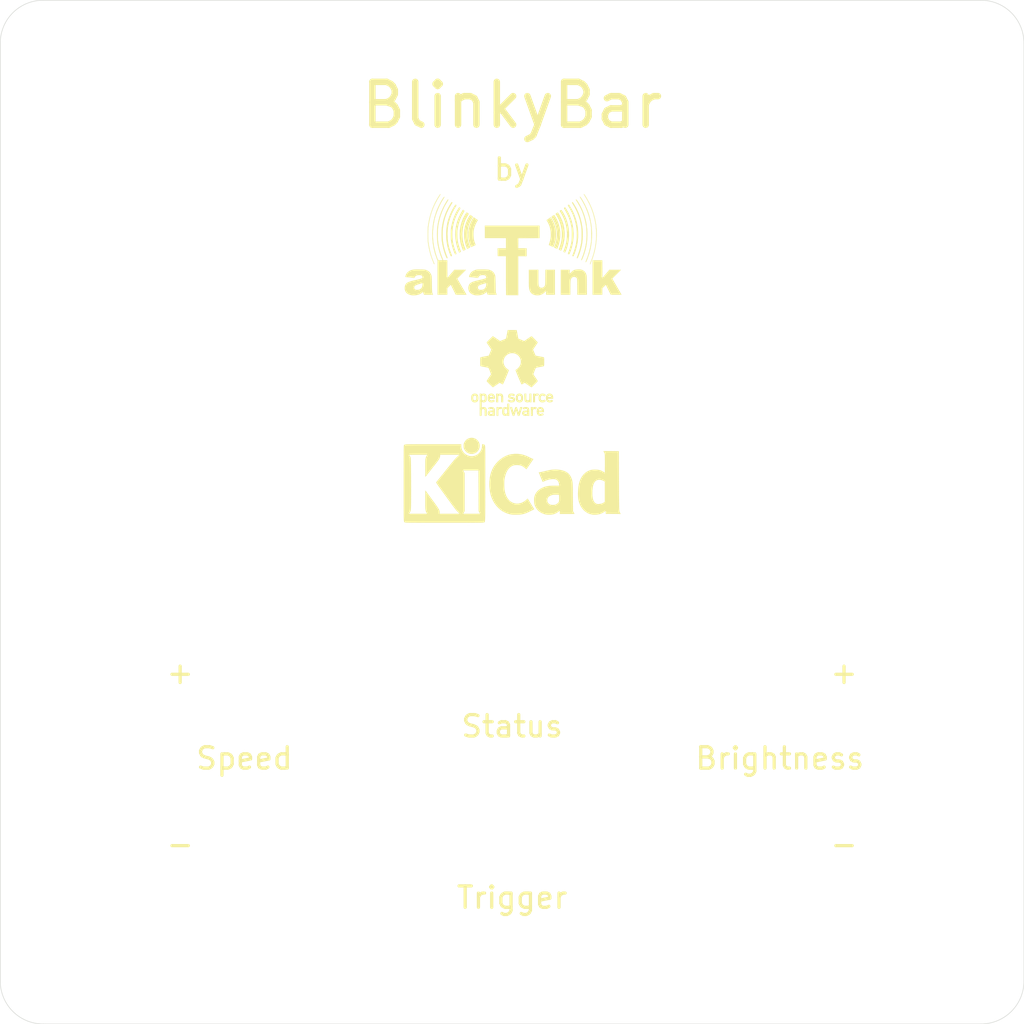
<source format=kicad_pcb>
(kicad_pcb (version 20171130) (host pcbnew 5.1.10)

  (general
    (thickness 1.6)
    (drawings 18)
    (tracks 0)
    (zones 0)
    (modules 13)
    (nets 1)
  )

  (page A4)
  (layers
    (0 F.Cu signal)
    (31 B.Cu signal)
    (32 B.Adhes user)
    (33 F.Adhes user)
    (34 B.Paste user)
    (35 F.Paste user)
    (36 B.SilkS user)
    (37 F.SilkS user)
    (38 B.Mask user)
    (39 F.Mask user)
    (40 Dwgs.User user)
    (41 Cmts.User user)
    (42 Eco1.User user)
    (43 Eco2.User user)
    (44 Edge.Cuts user)
    (45 Margin user)
    (46 B.CrtYd user)
    (47 F.CrtYd user)
    (48 B.Fab user hide)
    (49 F.Fab user hide)
  )

  (setup
    (last_trace_width 0.25)
    (trace_clearance 0.2)
    (zone_clearance 0.508)
    (zone_45_only no)
    (trace_min 0.2)
    (via_size 0.8)
    (via_drill 0.4)
    (via_min_size 0.4)
    (via_min_drill 0.3)
    (uvia_size 0.3)
    (uvia_drill 0.1)
    (uvias_allowed no)
    (uvia_min_size 0.2)
    (uvia_min_drill 0.1)
    (edge_width 0.05)
    (segment_width 0.2)
    (pcb_text_width 0.3)
    (pcb_text_size 1.5 1.5)
    (mod_edge_width 0.12)
    (mod_text_size 1 1)
    (mod_text_width 0.15)
    (pad_size 1.524 1.524)
    (pad_drill 0.762)
    (pad_to_mask_clearance 0)
    (aux_axis_origin 148 98)
    (grid_origin 148 98)
    (visible_elements FFFFFF7F)
    (pcbplotparams
      (layerselection 0x010fc_ffffffff)
      (usegerberextensions false)
      (usegerberattributes true)
      (usegerberadvancedattributes true)
      (creategerberjobfile true)
      (excludeedgelayer true)
      (linewidth 0.100000)
      (plotframeref false)
      (viasonmask false)
      (mode 1)
      (useauxorigin false)
      (hpglpennumber 1)
      (hpglpenspeed 20)
      (hpglpendiameter 15.000000)
      (psnegative false)
      (psa4output false)
      (plotreference true)
      (plotvalue true)
      (plotinvisibletext false)
      (padsonsilk false)
      (subtractmaskfromsilk false)
      (outputformat 1)
      (mirror false)
      (drillshape 1)
      (scaleselection 1)
      (outputdirectory ""))
  )

  (net 0 "")

  (net_class Default "This is the default net class."
    (clearance 0.2)
    (trace_width 0.25)
    (via_dia 0.8)
    (via_drill 0.4)
    (uvia_dia 0.3)
    (uvia_drill 0.1)
  )

  (module akaFunkLogo:akaFunkLogo (layer F.Cu) (tedit 0) (tstamp 617B4241)
    (at 148 73)
    (fp_text reference G*** (at 0 0) (layer F.SilkS) hide
      (effects (font (size 1.524 1.524) (thickness 0.3)))
    )
    (fp_text value LOGO (at 0.75 0) (layer F.SilkS) hide
      (effects (font (size 1.524 1.524) (thickness 0.3)))
    )
    (fp_poly (pts (xy 3.676961 -2.429426) (xy 3.820075 -2.169872) (xy 3.940304 -1.883663) (xy 4.033043 -1.582325)
      (xy 4.058363 -1.474455) (xy 4.077551 -1.351431) (xy 4.090294 -1.198307) (xy 4.096617 -1.026818)
      (xy 4.096548 -0.848699) (xy 4.090112 -0.675685) (xy 4.077334 -0.519512) (xy 4.058242 -0.391916)
      (xy 4.055947 -0.381) (xy 4.02793 -0.265546) (xy 3.992952 -0.141243) (xy 3.954682 -0.019527)
      (xy 3.916792 0.088165) (xy 3.882953 0.170395) (xy 3.871708 0.192982) (xy 3.84175 0.248381)
      (xy 3.641763 0.155273) (xy 3.558253 0.116008) (xy 3.490223 0.083292) (xy 3.446083 0.061216)
      (xy 3.433776 0.054165) (xy 3.436658 0.032017) (xy 3.451005 -0.020817) (xy 3.474181 -0.095105)
      (xy 3.489463 -0.140959) (xy 3.550379 -0.339682) (xy 3.590322 -0.522602) (xy 3.612339 -0.708178)
      (xy 3.619478 -0.914869) (xy 3.6195 -0.928579) (xy 3.604345 -1.226011) (xy 3.557285 -1.501631)
      (xy 3.47593 -1.763977) (xy 3.357889 -2.021586) (xy 3.27085 -2.173538) (xy 3.216528 -2.26216)
      (xy 3.411493 -2.401631) (xy 3.606458 -2.541101) (xy 3.676961 -2.429426)) (layer F.SilkS) (width 0.01))
    (fp_poly (pts (xy -3.571937 -2.518096) (xy -3.52426 -2.487415) (xy -3.456883 -2.442291) (xy -3.390584 -2.396854)
      (xy -3.198974 -2.264292) (xy -3.293159 -2.111528) (xy -3.404745 -1.899841) (xy -3.499531 -1.655798)
      (xy -3.56087 -1.443723) (xy -3.580294 -1.356919) (xy -3.593588 -1.271957) (xy -3.601767 -1.177529)
      (xy -3.605846 -1.062324) (xy -3.606852 -0.931333) (xy -3.602714 -0.738044) (xy -3.588656 -0.57221)
      (xy -3.56221 -0.419616) (xy -3.520908 -0.266045) (xy -3.462281 -0.097282) (xy -3.461861 -0.096165)
      (xy -3.43614 -0.025336) (xy -3.418605 0.02783) (xy -3.41259 0.053133) (xy -3.412849 0.053864)
      (xy -3.433117 0.064291) (xy -3.483701 0.088644) (xy -3.556503 0.123059) (xy -3.626286 0.155699)
      (xy -3.834156 0.252508) (xy -3.883376 0.141212) (xy -3.989495 -0.149727) (xy -4.059384 -0.457001)
      (xy -4.093052 -0.775068) (xy -4.090513 -1.098384) (xy -4.051777 -1.421406) (xy -3.976855 -1.738593)
      (xy -3.879011 -2.013257) (xy -3.842194 -2.095486) (xy -3.797061 -2.187609) (xy -3.74787 -2.281955)
      (xy -3.698881 -2.370852) (xy -3.654354 -2.446629) (xy -3.618549 -2.501612) (xy -3.595726 -2.528131)
      (xy -3.592424 -2.529416) (xy -3.571937 -2.518096)) (layer F.SilkS) (width 0.01))
    (fp_poly (pts (xy 3.938218 -2.735111) (xy 3.969564 -2.691375) (xy 4.010419 -2.629355) (xy 4.017167 -2.618723)
      (xy 4.189338 -2.306526) (xy 4.324714 -1.97351) (xy 4.423214 -1.619931) (xy 4.484758 -1.246044)
      (xy 4.499065 -1.090083) (xy 4.502431 -0.869638) (xy 4.48449 -0.626305) (xy 4.447307 -0.372492)
      (xy 4.392949 -0.120608) (xy 4.32348 0.116938) (xy 4.277109 0.24318) (xy 4.246227 0.319504)
      (xy 4.221757 0.378476) (xy 4.207537 0.410913) (xy 4.205587 0.414395) (xy 4.186015 0.40736)
      (xy 4.138071 0.386396) (xy 4.071583 0.35582) (xy 4.062103 0.351371) (xy 3.922622 0.28575)
      (xy 4.002525 0.073545) (xy 4.101127 -0.246261) (xy 4.161055 -0.575341) (xy 4.182721 -0.908949)
      (xy 4.166534 -1.24234) (xy 4.112908 -1.570769) (xy 4.022254 -1.88949) (xy 3.894983 -2.193757)
      (xy 3.789041 -2.387816) (xy 3.743657 -2.464553) (xy 3.708029 -2.527566) (xy 3.686939 -2.568244)
      (xy 3.683251 -2.578316) (xy 3.699208 -2.595791) (xy 3.739446 -2.628519) (xy 3.792884 -2.668481)
      (xy 3.848444 -2.707653) (xy 3.895045 -2.738016) (xy 3.921607 -2.751548) (xy 3.922703 -2.751667)
      (xy 3.938218 -2.735111)) (layer F.SilkS) (width 0.01))
    (fp_poly (pts (xy -3.886487 -2.740334) (xy -3.838548 -2.710767) (xy -3.78359 -2.673531) (xy -3.72526 -2.632557)
      (xy -3.68242 -2.602506) (xy -3.665233 -2.5905) (xy -3.672275 -2.571595) (xy -3.697132 -2.524973)
      (xy -3.735289 -2.458881) (xy -3.758662 -2.419927) (xy -3.907261 -2.145348) (xy -4.020002 -1.867366)
      (xy -4.099154 -1.578211) (xy -4.146986 -1.270111) (xy -4.163195 -1.03522) (xy -4.16711 -0.873505)
      (xy -4.164856 -0.729218) (xy -4.154986 -0.594529) (xy -4.136052 -0.46161) (xy -4.106608 -0.322632)
      (xy -4.065206 -0.169765) (xy -4.010399 0.004819) (xy -3.94074 0.208949) (xy -3.924835 0.254189)
      (xy -3.931755 0.278856) (xy -3.970866 0.310256) (xy -4.046063 0.351449) (xy -4.052973 0.354874)
      (xy -4.192382 0.42362) (xy -4.23576 0.322935) (xy -4.349441 0.008236) (xy -4.429056 -0.325072)
      (xy -4.474053 -0.669737) (xy -4.483882 -1.018511) (xy -4.457993 -1.364142) (xy -4.395836 -1.699379)
      (xy -4.390757 -1.719732) (xy -4.311545 -1.983662) (xy -4.211514 -2.239267) (xy -4.156725 -2.356049)
      (xy -4.11411 -2.437157) (xy -4.06564 -2.522885) (xy -4.016315 -2.605182) (xy -3.971137 -2.675993)
      (xy -3.935108 -2.727267) (xy -3.913229 -2.750949) (xy -3.911013 -2.751666) (xy -3.886487 -2.740334)) (layer F.SilkS) (width 0.01))
    (fp_poly (pts (xy 4.275658 -2.966999) (xy 4.311305 -2.919378) (xy 4.35756 -2.84896) (xy 4.409849 -2.763068)
      (xy 4.463599 -2.669023) (xy 4.514238 -2.574149) (xy 4.526163 -2.550583) (xy 4.673525 -2.220737)
      (xy 4.782937 -1.893961) (xy 4.856863 -1.560727) (xy 4.897767 -1.211505) (xy 4.904596 -1.08727)
      (xy 4.904538 -0.754515) (xy 4.875165 -0.436782) (xy 4.814678 -0.11692) (xy 4.79375 -0.03175)
      (xy 4.760971 0.087405) (xy 4.723651 0.209108) (xy 4.684636 0.325418) (xy 4.646771 0.428395)
      (xy 4.6129 0.510099) (xy 4.585871 0.56259) (xy 4.576364 0.574886) (xy 4.550801 0.573997)
      (xy 4.501125 0.556475) (xy 4.460875 0.53757) (xy 4.404809 0.506627) (xy 4.368312 0.482268)
      (xy 4.360334 0.473177) (xy 4.367717 0.449127) (xy 4.387526 0.395255) (xy 4.416247 0.320954)
      (xy 4.433827 0.276641) (xy 4.542089 -0.04871) (xy 4.613968 -0.388356) (xy 4.649924 -0.737018)
      (xy 4.650415 -1.089414) (xy 4.615901 -1.440264) (xy 4.546842 -1.784288) (xy 4.443697 -2.116206)
      (xy 4.306925 -2.430735) (xy 4.178521 -2.658489) (xy 4.13067 -2.735459) (xy 4.092632 -2.798075)
      (xy 4.069181 -2.838392) (xy 4.064 -2.849067) (xy 4.079765 -2.865891) (xy 4.118688 -2.896548)
      (xy 4.168213 -2.932144) (xy 4.215785 -2.963784) (xy 4.248845 -2.982574) (xy 4.25519 -2.9845)
      (xy 4.275658 -2.966999)) (layer F.SilkS) (width 0.01))
    (fp_poly (pts (xy -4.221952 -2.973361) (xy -4.173991 -2.944798) (xy -4.137776 -2.920789) (xy -4.045175 -2.857077)
      (xy -4.15351 -2.682664) (xy -4.32799 -2.362138) (xy -4.465206 -2.024275) (xy -4.56449 -1.67302)
      (xy -4.625171 -1.31232) (xy -4.646581 -0.94612) (xy -4.628051 -0.578366) (xy -4.570866 -0.22197)
      (xy -4.532767 -0.067583) (xy -4.483751 0.09967) (xy -4.429466 0.261842) (xy -4.375559 0.400981)
      (xy -4.373027 0.406891) (xy -4.339073 0.485698) (xy -4.402476 0.518485) (xy -4.480508 0.55754)
      (xy -4.530905 0.575139) (xy -4.563509 0.569512) (xy -4.588162 0.538891) (xy -4.614707 0.481506)
      (xy -4.615252 0.48024) (xy -4.74167 0.135061) (xy -4.830757 -0.223988) (xy -4.882639 -0.59206)
      (xy -4.897437 -0.964311) (xy -4.875276 -1.335894) (xy -4.816279 -1.701963) (xy -4.720568 -2.057673)
      (xy -4.588267 -2.398177) (xy -4.539429 -2.50072) (xy -4.480877 -2.614437) (xy -4.421532 -2.723194)
      (xy -4.365167 -2.820728) (xy -4.315551 -2.900775) (xy -4.276456 -2.957071) (xy -4.251653 -2.983353)
      (xy -4.248152 -2.9845) (xy -4.221952 -2.973361)) (layer F.SilkS) (width 0.01))
    (fp_poly (pts (xy 4.611021 -3.199035) (xy 4.651071 -3.14929) (xy 4.702457 -3.073161) (xy 4.761551 -2.976475)
      (xy 4.824728 -2.865057) (xy 4.888359 -2.744731) (xy 4.923324 -2.674638) (xy 5.079582 -2.306233)
      (xy 5.197147 -1.923651) (xy 5.275712 -1.530564) (xy 5.31497 -1.130644) (xy 5.314612 -0.727564)
      (xy 5.274333 -0.324996) (xy 5.193825 0.073387) (xy 5.162772 0.188091) (xy 5.128864 0.299113)
      (xy 5.090645 0.412482) (xy 5.051035 0.520771) (xy 5.012954 0.616556) (xy 4.979324 0.692411)
      (xy 4.953065 0.740912) (xy 4.939805 0.754917) (xy 4.910057 0.749453) (xy 4.862524 0.729047)
      (xy 4.85775 0.72656) (xy 4.813251 0.702512) (xy 4.789071 0.688553) (xy 4.788286 0.687979)
      (xy 4.793013 0.667587) (xy 4.810667 0.617069) (xy 4.83801 0.545427) (xy 4.854174 0.504813)
      (xy 4.982717 0.130056) (xy 5.071536 -0.255528) (xy 5.120503 -0.647941) (xy 5.129492 -1.043186)
      (xy 5.098373 -1.437266) (xy 5.02702 -1.826182) (xy 4.938598 -2.137833) (xy 4.874086 -2.312977)
      (xy 4.793466 -2.50162) (xy 4.703604 -2.689248) (xy 4.611362 -2.861348) (xy 4.543185 -2.973916)
      (xy 4.447119 -3.122083) (xy 4.504268 -3.168947) (xy 4.549541 -3.200918) (xy 4.583683 -3.216345)
      (xy 4.585933 -3.216572) (xy 4.611021 -3.199035)) (layer F.SilkS) (width 0.01))
    (fp_poly (pts (xy -4.528798 -3.195548) (xy -4.484534 -3.161339) (xy -4.457509 -3.13552) (xy -4.456117 -3.13353)
      (xy -4.461773 -3.10887) (xy -4.486168 -3.057336) (xy -4.524956 -2.987538) (xy -4.554418 -2.938723)
      (xy -4.742807 -2.595552) (xy -4.895001 -2.231518) (xy -5.010187 -1.848997) (xy -5.087554 -1.450365)
      (xy -5.102639 -1.3335) (xy -5.114589 -1.175019) (xy -5.118551 -0.989026) (xy -5.114976 -0.789492)
      (xy -5.10432 -0.590387) (xy -5.087034 -0.405683) (xy -5.0683 -0.275166) (xy -5.03983 -0.136355)
      (xy -5.000834 0.020431) (xy -4.955172 0.181929) (xy -4.906702 0.33488) (xy -4.859285 0.466023)
      (xy -4.836935 0.519818) (xy -4.808725 0.588012) (xy -4.789413 0.643118) (xy -4.783666 0.6691)
      (xy -4.800521 0.69003) (xy -4.8407 0.71842) (xy -4.888627 0.74503) (xy -4.928724 0.760625)
      (xy -4.93971 0.761639) (xy -4.948757 0.743768) (xy -4.96936 0.697913) (xy -4.989946 0.650514)
      (xy -5.058408 0.474311) (xy -5.12481 0.272612) (xy -5.183917 0.062137) (xy -5.215901 -0.071254)
      (xy -5.284675 -0.477265) (xy -5.311593 -0.883387) (xy -5.297058 -1.287258) (xy -5.241475 -1.686516)
      (xy -5.145247 -2.078799) (xy -5.008779 -2.461743) (xy -4.832474 -2.832987) (xy -4.70603 -3.051898)
      (xy -4.590149 -3.239234) (xy -4.528798 -3.195548)) (layer F.SilkS) (width 0.01))
    (fp_poly (pts (xy 4.960908 -3.44333) (xy 4.992991 -3.405764) (xy 5.03908 -3.338374) (xy 5.051997 -3.318485)
      (xy 5.25355 -2.968479) (xy 5.422516 -2.595287) (xy 5.557529 -2.204311) (xy 5.657227 -1.800951)
      (xy 5.720245 -1.390608) (xy 5.74522 -0.978683) (xy 5.734428 -0.616226) (xy 5.704503 -0.340895)
      (xy 5.656153 -0.05756) (xy 5.592118 0.222299) (xy 5.515141 0.487207) (xy 5.427963 0.725684)
      (xy 5.396335 0.799042) (xy 5.362568 0.871328) (xy 5.33754 0.911233) (xy 5.313035 0.925163)
      (xy 5.280832 0.919525) (xy 5.254625 0.909507) (xy 5.21811 0.890107) (xy 5.207 0.877239)
      (xy 5.214349 0.853535) (xy 5.23436 0.798685) (xy 5.263979 0.72085) (xy 5.300155 0.62819)
      (xy 5.30029 0.627848) (xy 5.430584 0.246489) (xy 5.528311 -0.156461) (xy 5.53889 -0.211666)
      (xy 5.554526 -0.325418) (xy 5.56632 -0.471712) (xy 5.57427 -0.641353) (xy 5.578376 -0.825145)
      (xy 5.578635 -1.013893) (xy 5.575048 -1.198401) (xy 5.567613 -1.369473) (xy 5.556329 -1.517915)
      (xy 5.541195 -1.634531) (xy 5.539058 -1.646277) (xy 5.438846 -2.074416) (xy 5.305196 -2.478998)
      (xy 5.138672 -2.858564) (xy 4.939842 -3.211656) (xy 4.919262 -3.243819) (xy 4.87216 -3.317894)
      (xy 4.847635 -3.365757) (xy 4.845525 -3.396902) (xy 4.865668 -3.420823) (xy 4.9079 -3.447016)
      (xy 4.915706 -3.451485) (xy 4.937068 -3.456695) (xy 4.960908 -3.44333)) (layer F.SilkS) (width 0.01))
    (fp_poly (pts (xy -4.909502 -3.458893) (xy -4.869835 -3.430625) (xy -4.868333 -3.429467) (xy -4.833447 -3.397945)
      (xy -4.829473 -3.371365) (xy -4.846428 -3.339979) (xy -5.043949 -3.00887) (xy -5.206389 -2.686991)
      (xy -5.33713 -2.365887) (xy -5.439555 -2.037105) (xy -5.517045 -1.692191) (xy -5.526398 -1.640416)
      (xy -5.555736 -1.42164) (xy -5.573173 -1.176607) (xy -5.578705 -0.918919) (xy -5.57233 -0.662176)
      (xy -5.554043 -0.419978) (xy -5.526793 -0.22225) (xy -5.479508 0.007403) (xy -5.419182 0.241535)
      (xy -5.349992 0.465682) (xy -5.276114 0.665377) (xy -5.258442 0.70738) (xy -5.226434 0.783141)
      (xy -5.202945 0.842107) (xy -5.191542 0.875178) (xy -5.191185 0.879138) (xy -5.224383 0.898523)
      (xy -5.269762 0.919033) (xy -5.30514 0.930867) (xy -5.309325 0.931334) (xy -5.32582 0.913085)
      (xy -5.353343 0.864066) (xy -5.387332 0.792864) (xy -5.40765 0.746125) (xy -5.474362 0.570881)
      (xy -5.540107 0.367735) (xy -5.600765 0.151001) (xy -5.652214 -0.065009) (xy -5.677351 -0.1905)
      (xy -5.692648 -0.280648) (xy -5.704125 -0.367486) (xy -5.712289 -0.459393) (xy -5.717643 -0.56475)
      (xy -5.720695 -0.691936) (xy -5.72195 -0.84933) (xy -5.722063 -0.931333) (xy -5.721445 -1.104876)
      (xy -5.719256 -1.244478) (xy -5.71499 -1.35852) (xy -5.70814 -1.455381) (xy -5.6982 -1.543441)
      (xy -5.684667 -1.63108) (xy -5.677351 -1.672166) (xy -5.619121 -1.941175) (xy -5.543499 -2.215194)
      (xy -5.454276 -2.483087) (xy -5.355242 -2.733719) (xy -5.250187 -2.955951) (xy -5.223483 -3.005666)
      (xy -5.177315 -3.08696) (xy -5.124904 -3.175667) (xy -5.070897 -3.264371) (xy -5.019939 -3.345651)
      (xy -4.976677 -3.412087) (xy -4.945757 -3.456262) (xy -4.932151 -3.470863) (xy -4.909502 -3.458893)) (layer F.SilkS) (width 0.01))
    (fp_poly (pts (xy 5.400497 -3.570242) (xy 5.625682 -3.182371) (xy 5.812689 -2.778483) (xy 5.961231 -2.361436)
      (xy 6.071022 -1.934092) (xy 6.141775 -1.499308) (xy 6.173204 -1.059944) (xy 6.165023 -0.618859)
      (xy 6.116944 -0.178913) (xy 6.028682 0.257035) (xy 5.89995 0.686126) (xy 5.842474 0.841375)
      (xy 5.802464 0.941545) (xy 5.766954 1.025797) (xy 5.739049 1.087113) (xy 5.72185 1.118477)
      (xy 5.718798 1.121083) (xy 5.691086 1.110977) (xy 5.659723 1.094625) (xy 5.641955 1.082939)
      (xy 5.63263 1.068003) (xy 5.633173 1.042877) (xy 5.645012 1.000622) (xy 5.669572 0.934297)
      (xy 5.708279 0.836964) (xy 5.717275 0.81458) (xy 5.797153 0.594283) (xy 5.87189 0.346977)
      (xy 5.937378 0.087976) (xy 5.98951 -0.167409) (xy 6.004099 -0.254754) (xy 6.023002 -0.414796)
      (xy 6.035659 -0.604963) (xy 6.042074 -0.81351) (xy 6.04225 -1.028692) (xy 6.036192 -1.238765)
      (xy 6.023903 -1.431984) (xy 6.005386 -1.596604) (xy 6.003678 -1.607912) (xy 5.914251 -2.055421)
      (xy 5.787044 -2.485992) (xy 5.622708 -2.897876) (xy 5.421895 -3.289326) (xy 5.306814 -3.478711)
      (xy 5.19912 -3.646596) (xy 5.299114 -3.727566) (xy 5.400497 -3.570242)) (layer F.SilkS) (width 0.01))
    (fp_poly (pts (xy -5.25114 -3.699449) (xy -5.236417 -3.690109) (xy -5.202061 -3.664115) (xy -5.198231 -3.640167)
      (xy -5.22096 -3.600806) (xy -5.436977 -3.244712) (xy -5.615934 -2.8903) (xy -5.761772 -2.528714)
      (xy -5.878431 -2.151101) (xy -5.895584 -2.084916) (xy -5.964828 -1.762915) (xy -6.00912 -1.439439)
      (xy -6.03016 -1.100157) (xy -6.0325 -0.930475) (xy -6.018382 -0.52963) (xy -5.974734 -0.15082)
      (xy -5.899614 0.216032) (xy -5.791079 0.580999) (xy -5.688283 0.85536) (xy -5.651024 0.948532)
      (xy -5.628567 1.010509) (xy -5.619383 1.049153) (xy -5.621943 1.072326) (xy -5.63472 1.087891)
      (xy -5.641988 1.093485) (xy -5.67673 1.114841) (xy -5.702707 1.11458) (xy -5.727233 1.08738)
      (xy -5.757622 1.027916) (xy -5.770265 1.000125) (xy -5.813808 0.894026) (xy -5.863172 0.758732)
      (xy -5.914502 0.606262) (xy -5.963941 0.448634) (xy -6.007631 0.297864) (xy -6.041716 0.16597)
      (xy -6.050734 0.126164) (xy -6.12241 -0.301639) (xy -6.156897 -0.741434) (xy -6.154194 -1.184985)
      (xy -6.114301 -1.624056) (xy -6.050885 -1.98883) (xy -5.98305 -2.253144) (xy -5.891121 -2.533869)
      (xy -5.780149 -2.818814) (xy -5.655182 -3.095792) (xy -5.521272 -3.352613) (xy -5.408429 -3.539469)
      (xy -5.354429 -3.621686) (xy -5.317617 -3.67361) (xy -5.292076 -3.700425) (xy -5.271889 -3.707311)
      (xy -5.25114 -3.699449)) (layer F.SilkS) (width 0.01))
    (fp_poly (pts (xy -5.582888 -3.935836) (xy -5.566833 -3.914297) (xy -5.57771 -3.889815) (xy -5.606987 -3.838628)
      (xy -5.649633 -3.769289) (xy -5.680686 -3.72077) (xy -5.90874 -3.331175) (xy -6.099691 -2.92379)
      (xy -6.253289 -2.50166) (xy -6.369283 -2.067826) (xy -6.447423 -1.625334) (xy -6.48746 -1.177225)
      (xy -6.489141 -0.726543) (xy -6.452218 -0.276331) (xy -6.37644 0.170366) (xy -6.261556 0.610507)
      (xy -6.107317 1.041048) (xy -6.07809 1.1109) (xy -6.043818 1.195512) (xy -6.02839 1.24904)
      (xy -6.031652 1.278232) (xy -6.05345 1.289836) (xy -6.073965 1.291167) (xy -6.098778 1.279466)
      (xy -6.127255 1.240872) (xy -6.162715 1.170146) (xy -6.18869 1.110192) (xy -6.313914 0.774457)
      (xy -6.420679 0.41318) (xy -6.505299 0.040494) (xy -6.563918 -0.328083) (xy -6.577666 -0.48048)
      (xy -6.586169 -0.66297) (xy -6.589523 -0.863652) (xy -6.587824 -1.070624) (xy -6.581169 -1.271985)
      (xy -6.569652 -1.455834) (xy -6.553592 -1.608651) (xy -6.476191 -2.052485) (xy -6.367182 -2.473723)
      (xy -6.224081 -2.880486) (xy -6.044408 -3.280897) (xy -6.040027 -3.289692) (xy -5.990392 -3.385745)
      (xy -5.932881 -3.491634) (xy -5.871558 -3.600481) (xy -5.810484 -3.705406) (xy -5.753722 -3.799529)
      (xy -5.705334 -3.87597) (xy -5.669384 -3.92785) (xy -5.651571 -3.947539) (xy -5.618886 -3.950279)
      (xy -5.582888 -3.935836)) (layer F.SilkS) (width 0.01))
    (fp_poly (pts (xy 5.641208 -3.951208) (xy 5.670028 -3.928818) (xy 5.708362 -3.880386) (xy 5.760692 -3.801697)
      (xy 5.797087 -3.743956) (xy 6.029174 -3.335302) (xy 6.22124 -2.916268) (xy 6.374334 -2.483852)
      (xy 6.4895 -2.035053) (xy 6.567785 -1.566868) (xy 6.574265 -1.513416) (xy 6.589358 -1.33671)
      (xy 6.597728 -1.131956) (xy 6.599575 -0.911308) (xy 6.595101 -0.686921) (xy 6.584508 -0.470947)
      (xy 6.567999 -0.275542) (xy 6.551603 -0.148166) (xy 6.499882 0.131109) (xy 6.431403 0.417528)
      (xy 6.349788 0.698549) (xy 6.25866 0.961632) (xy 6.167608 1.181268) (xy 6.134516 1.250715)
      (xy 6.111573 1.287523) (xy 6.092724 1.298159) (xy 6.071913 1.289093) (xy 6.068784 1.286831)
      (xy 6.054624 1.273325) (xy 6.048594 1.254498) (xy 6.052265 1.223614) (xy 6.067207 1.173936)
      (xy 6.094993 1.098729) (xy 6.137195 0.991258) (xy 6.13854 0.98787) (xy 6.269223 0.615984)
      (xy 6.376383 0.220969) (xy 6.438126 -0.077615) (xy 6.453127 -0.165488) (xy 6.464738 -0.246347)
      (xy 6.473381 -0.327578) (xy 6.479478 -0.416569) (xy 6.48345 -0.520706) (xy 6.485718 -0.647376)
      (xy 6.486706 -0.803965) (xy 6.48686 -0.931333) (xy 6.486504 -1.112492) (xy 6.485152 -1.258707)
      (xy 6.482385 -1.377366) (xy 6.477779 -1.475855) (xy 6.470914 -1.561561) (xy 6.461367 -1.64187)
      (xy 6.448718 -1.724168) (xy 6.438126 -1.785051) (xy 6.334793 -2.250694) (xy 6.195572 -2.697418)
      (xy 6.021303 -3.123043) (xy 5.812827 -3.525389) (xy 5.688822 -3.728341) (xy 5.6324 -3.819378)
      (xy 5.599872 -3.88156) (xy 5.589144 -3.919453) (xy 5.594183 -3.934716) (xy 5.61742 -3.951769)
      (xy 5.641208 -3.951208)) (layer F.SilkS) (width 0.01))
    (fp_poly (pts (xy 6.003994 -4.186447) (xy 6.045236 -4.141631) (xy 6.098956 -4.068653) (xy 6.162198 -3.972496)
      (xy 6.232004 -3.858145) (xy 6.305419 -3.730584) (xy 6.379486 -3.594796) (xy 6.451248 -3.455767)
      (xy 6.51775 -3.318478) (xy 6.572525 -3.196166) (xy 6.74078 -2.755186) (xy 6.869541 -2.311209)
      (xy 6.959837 -1.859135) (xy 7.012696 -1.393865) (xy 7.029174 -0.931333) (xy 7.018314 -0.529513)
      (xy 6.98419 -0.152322) (xy 6.924731 0.211097) (xy 6.837864 0.5716) (xy 6.721516 0.940045)
      (xy 6.620124 1.211792) (xy 6.572061 1.329426) (xy 6.534338 1.410663) (xy 6.50437 1.45942)
      (xy 6.479575 1.479613) (xy 6.457371 1.47516) (xy 6.450398 1.469175) (xy 6.452627 1.445497)
      (xy 6.469161 1.392731) (xy 6.496844 1.320355) (xy 6.512075 1.283967) (xy 6.639088 0.954023)
      (xy 6.750041 0.596141) (xy 6.841511 0.222787) (xy 6.910077 -0.153574) (xy 6.913961 -0.179916)
      (xy 6.931244 -0.335863) (xy 6.94343 -0.52314) (xy 6.950516 -0.731053) (xy 6.952498 -0.948906)
      (xy 6.949374 -1.166005) (xy 6.94114 -1.371654) (xy 6.927794 -1.555159) (xy 6.914382 -1.672151)
      (xy 6.826333 -2.157657) (xy 6.70063 -2.627242) (xy 6.538036 -3.078819) (xy 6.339314 -3.5103)
      (xy 6.105228 -3.919597) (xy 6.07504 -3.966749) (xy 6.023816 -4.046817) (xy 5.982454 -4.113362)
      (xy 5.955654 -4.158698) (xy 5.947834 -4.174792) (xy 5.964417 -4.191556) (xy 5.978185 -4.198118)
      (xy 6.003994 -4.186447)) (layer F.SilkS) (width 0.01))
    (fp_poly (pts (xy 6.36563 -4.449267) (xy 6.387033 -4.427606) (xy 6.418048 -4.385137) (xy 6.462604 -4.316961)
      (xy 6.524631 -4.218175) (xy 6.534958 -4.201583) (xy 6.789528 -3.753468) (xy 7.003747 -3.292565)
      (xy 7.177549 -2.81909) (xy 7.310867 -2.333261) (xy 7.403637 -1.835296) (xy 7.455793 -1.325411)
      (xy 7.465159 -1.121833) (xy 7.461165 -0.609707) (xy 7.417229 -0.110161) (xy 7.332834 0.379636)
      (xy 7.207463 0.86252) (xy 7.040601 1.341322) (xy 6.996817 1.449917) (xy 6.956557 1.545953)
      (xy 6.927978 1.608825) (xy 6.907185 1.64473) (xy 6.890284 1.65987) (xy 6.873381 1.660442)
      (xy 6.866047 1.658092) (xy 6.86209 1.634814) (xy 6.877679 1.57723) (xy 6.911998 1.488144)
      (xy 6.923282 1.461571) (xy 7.063676 1.098751) (xy 7.185071 0.708368) (xy 7.284157 0.302176)
      (xy 7.348592 -0.048196) (xy 7.363399 -0.14911) (xy 7.374802 -0.243316) (xy 7.383222 -0.338722)
      (xy 7.389078 -0.443234) (xy 7.392789 -0.564756) (xy 7.394777 -0.711197) (xy 7.395459 -0.890461)
      (xy 7.395476 -0.931333) (xy 7.393504 -1.181747) (xy 7.386822 -1.399799) (xy 7.374283 -1.595313)
      (xy 7.354741 -1.778109) (xy 7.327048 -1.95801) (xy 7.290058 -2.144838) (xy 7.242623 -2.348415)
      (xy 7.219 -2.442489) (xy 7.09822 -2.849547) (xy 6.944556 -3.259192) (xy 6.763284 -3.659202)
      (xy 6.559684 -4.037355) (xy 6.459439 -4.201454) (xy 6.392077 -4.310954) (xy 6.350046 -4.388221)
      (xy 6.332739 -4.434477) (xy 6.335938 -4.449768) (xy 6.349908 -4.45502) (xy 6.36563 -4.449267)) (layer F.SilkS) (width 0.01))
    (fp_poly (pts (xy 6.732841 -4.687611) (xy 6.764978 -4.647386) (xy 6.810543 -4.580388) (xy 6.87175 -4.483501)
      (xy 6.950815 -4.353609) (xy 6.975134 -4.313106) (xy 7.227697 -3.851071) (xy 7.440907 -3.374899)
      (xy 7.614535 -2.886614) (xy 7.748354 -2.388244) (xy 7.842136 -1.881813) (xy 7.895654 -1.369348)
      (xy 7.90868 -0.852874) (xy 7.880986 -0.334417) (xy 7.812345 0.183998) (xy 7.702529 0.700344)
      (xy 7.58466 1.11125) (xy 7.556478 1.195043) (xy 7.520734 1.295232) (xy 7.480189 1.404759)
      (xy 7.437603 1.516563) (xy 7.395735 1.623583) (xy 7.357348 1.718761) (xy 7.3252 1.795036)
      (xy 7.302053 1.845347) (xy 7.29086 1.862667) (xy 7.275095 1.847921) (xy 7.270382 1.840905)
      (xy 7.272762 1.813589) (xy 7.289733 1.7568) (xy 7.318305 1.679574) (xy 7.345683 1.613363)
      (xy 7.502473 1.205752) (xy 7.633701 0.771777) (xy 7.73714 0.3204) (xy 7.810559 -0.139418)
      (xy 7.833086 -0.345381) (xy 7.844013 -0.509362) (xy 7.849697 -0.702714) (xy 7.850416 -0.914978)
      (xy 7.846447 -1.135698) (xy 7.838068 -1.354417) (xy 7.825556 -1.560677) (xy 7.809188 -1.744022)
      (xy 7.792573 -1.87325) (xy 7.697583 -2.377008) (xy 7.571683 -2.855251) (xy 7.412818 -3.313442)
      (xy 7.218931 -3.757044) (xy 6.987964 -4.191521) (xy 6.810758 -4.481309) (xy 6.761242 -4.562294)
      (xy 6.723751 -4.631458) (xy 6.702443 -4.680586) (xy 6.699992 -4.700201) (xy 6.711917 -4.704177)
      (xy 6.732841 -4.687611)) (layer F.SilkS) (width 0.01))
    (fp_poly (pts (xy -6.681354 -4.683191) (xy -6.700831 -4.640779) (xy -6.702093 -4.638831) (xy -6.96304 -4.216073)
      (xy -7.186103 -3.799355) (xy -7.373789 -3.382037) (xy -7.528604 -2.957476) (xy -7.653055 -2.519034)
      (xy -7.749647 -2.060069) (xy -7.801751 -1.725083) (xy -7.815838 -1.590371) (xy -7.826775 -1.424141)
      (xy -7.834483 -1.236018) (xy -7.838888 -1.035627) (xy -7.839912 -0.832593) (xy -7.83748 -0.63654)
      (xy -7.831514 -0.457093) (xy -7.82194 -0.303876) (xy -7.813663 -0.22225) (xy -7.754261 0.170143)
      (xy -7.675097 0.557149) (xy -7.578501 0.929717) (xy -7.466802 1.278795) (xy -7.351058 1.575242)
      (xy -7.305719 1.680832) (xy -7.27519 1.754036) (xy -7.257386 1.801287) (xy -7.250223 1.829016)
      (xy -7.251617 1.843655) (xy -7.259483 1.851635) (xy -7.261147 1.852689) (xy -7.280158 1.842373)
      (xy -7.307089 1.802299) (xy -7.326099 1.76348) (xy -7.487387 1.364203) (xy -7.619386 0.970464)
      (xy -7.725956 0.568882) (xy -7.810959 0.146073) (xy -7.834874 0) (xy -7.849258 -0.097552)
      (xy -7.86048 -0.187895) (xy -7.868917 -0.278399) (xy -7.874945 -0.376428) (xy -7.878942 -0.489351)
      (xy -7.881285 -0.624534) (xy -7.882351 -0.789345) (xy -7.882539 -0.931333) (xy -7.882166 -1.122017)
      (xy -7.880795 -1.277735) (xy -7.878047 -1.405847) (xy -7.873546 -1.513716) (xy -7.866914 -1.608703)
      (xy -7.857772 -1.698171) (xy -7.845743 -1.78948) (xy -7.834745 -1.862666) (xy -7.732737 -2.395311)
      (xy -7.596082 -2.904296) (xy -7.424249 -3.391025) (xy -7.216708 -3.856903) (xy -6.972926 -4.303332)
      (xy -6.820419 -4.545304) (xy -6.769824 -4.617776) (xy -6.726227 -4.672914) (xy -6.695467 -4.703724)
      (xy -6.685111 -4.707386) (xy -6.681354 -4.683191)) (layer F.SilkS) (width 0.01))
    (fp_poly (pts (xy 8.429379 2.306994) (xy 8.434917 3.132321) (xy 8.760228 2.751494) (xy 9.085538 2.370667)
      (xy 10.170176 2.370667) (xy 9.7597 2.781548) (xy 9.349224 3.19243) (xy 9.784514 3.945715)
      (xy 10.219803 4.699) (xy 9.217314 4.699) (xy 8.753242 3.767778) (xy 8.588788 3.931268)
      (xy 8.424334 4.094757) (xy 8.424334 4.699) (xy 7.514167 4.699) (xy 7.514167 1.481667)
      (xy 8.423842 1.481667) (xy 8.429379 2.306994)) (layer F.SilkS) (width 0.01))
    (fp_poly (pts (xy 6.302396 2.339564) (xy 6.38023 2.342252) (xy 6.4381 2.34935) (xy 6.487192 2.362915)
      (xy 6.538691 2.385003) (xy 6.594644 2.413) (xy 6.715527 2.488106) (xy 6.807985 2.579056)
      (xy 6.88025 2.695486) (xy 6.923365 2.797673) (xy 6.935439 2.831686) (xy 6.945401 2.864696)
      (xy 6.953495 2.901079) (xy 6.959964 2.945211) (xy 6.965052 3.001468) (xy 6.969004 3.074228)
      (xy 6.972062 3.167866) (xy 6.97447 3.286759) (xy 6.976473 3.435283) (xy 6.978314 3.617815)
      (xy 6.980037 3.815292) (xy 6.987532 4.699) (xy 6.098042 4.699) (xy 6.09173 3.963459)
      (xy 6.089841 3.764725) (xy 6.087774 3.603827) (xy 6.085284 3.476264) (xy 6.082126 3.377539)
      (xy 6.078056 3.303152) (xy 6.07283 3.248605) (xy 6.066201 3.2094) (xy 6.057927 3.181038)
      (xy 6.048017 3.159483) (xy 5.983747 3.083761) (xy 5.892228 3.0391) (xy 5.795096 3.026834)
      (xy 5.679657 3.044277) (xy 5.586779 3.097316) (xy 5.514758 3.18701) (xy 5.503334 3.208199)
      (xy 5.48887 3.237479) (xy 5.477273 3.265399) (xy 5.468177 3.296876) (xy 5.461216 3.336826)
      (xy 5.456025 3.390166) (xy 5.452239 3.461811) (xy 5.449492 3.556679) (xy 5.447419 3.679685)
      (xy 5.445654 3.835745) (xy 5.444053 4.005792) (xy 5.437689 4.699) (xy 4.550834 4.699)
      (xy 4.550834 2.370667) (xy 5.376334 2.370667) (xy 5.376334 2.735882) (xy 5.532547 2.587494)
      (xy 5.637981 2.493749) (xy 5.7335 2.426372) (xy 5.829912 2.381301) (xy 5.938021 2.354479)
      (xy 6.068634 2.341845) (xy 6.193416 2.339229) (xy 6.302396 2.339564)) (layer F.SilkS) (width 0.01))
    (fp_poly (pts (xy -6.324722 -4.449356) (xy -6.322473 -4.426102) (xy -6.341487 -4.378874) (xy -6.383365 -4.304437)
      (xy -6.444021 -4.208284) (xy -6.60084 -3.946684) (xy -6.753028 -3.653976) (xy -6.895892 -3.341386)
      (xy -7.02474 -3.020138) (xy -7.134879 -2.701459) (xy -7.221616 -2.396573) (xy -7.247611 -2.286)
      (xy -7.339496 -1.774726) (xy -7.389324 -1.267986) (xy -7.397068 -0.765257) (xy -7.362701 -0.266016)
      (xy -7.286196 0.230258) (xy -7.167527 0.724088) (xy -7.078044 1.013557) (xy -7.028654 1.161968)
      (xy -6.99007 1.275335) (xy -6.958495 1.358348) (xy -6.930134 1.415697) (xy -6.901191 1.452074)
      (xy -6.867871 1.47217) (xy -6.826376 1.480674) (xy -6.772911 1.482277) (xy -6.70368 1.481671)
      (xy -6.69923 1.481667) (xy -6.605815 1.482299) (xy -6.547323 1.4794) (xy -6.519581 1.465773)
      (xy -6.518417 1.434225) (xy -6.539661 1.377559) (xy -6.579139 1.28858) (xy -6.58264 1.280584)
      (xy -6.693379 0.997901) (xy -6.793406 0.68442) (xy -6.87983 0.350948) (xy -6.949759 0.008293)
      (xy -6.987564 -0.232833) (xy -6.998493 -0.342514) (xy -7.006697 -0.485088) (xy -7.012169 -0.6512)
      (xy -7.014904 -0.831496) (xy -7.014894 -1.016622) (xy -7.012132 -1.197225) (xy -7.006612 -1.363951)
      (xy -6.998328 -1.507446) (xy -6.988544 -1.608666) (xy -6.907354 -2.093588) (xy -6.78846 -2.561519)
      (xy -6.630399 -3.017349) (xy -6.43427 -3.46075) (xy -6.378673 -3.570231) (xy -6.316142 -3.686907)
      (xy -6.250215 -3.804862) (xy -6.184432 -3.91818) (xy -6.122334 -4.020947) (xy -6.06746 -4.107246)
      (xy -6.02335 -4.171162) (xy -5.993544 -4.206781) (xy -5.984595 -4.212166) (xy -5.96053 -4.198006)
      (xy -5.964538 -4.155048) (xy -5.996855 -4.082578) (xy -6.05772 -3.97988) (xy -6.065886 -3.967144)
      (xy -6.304039 -3.558979) (xy -6.506835 -3.127799) (xy -6.674046 -2.674205) (xy -6.805448 -2.198799)
      (xy -6.891153 -1.763672) (xy -6.90616 -1.644059) (xy -6.918631 -1.491759) (xy -6.928348 -1.316353)
      (xy -6.935094 -1.127425) (xy -6.93865 -0.934556) (xy -6.938797 -0.747329) (xy -6.935319 -0.575327)
      (xy -6.927997 -0.42813) (xy -6.922913 -0.367697) (xy -6.87045 0.010279) (xy -6.789081 0.398952)
      (xy -6.682648 0.783066) (xy -6.554994 1.147366) (xy -6.518827 1.236893) (xy -6.484702 1.323363)
      (xy -6.459568 1.395844) (xy -6.446362 1.445281) (xy -6.445969 1.461663) (xy -6.432241 1.471043)
      (xy -6.38175 1.477781) (xy -6.300016 1.481293) (xy -6.256245 1.481667) (xy -6.054158 1.481667)
      (xy -6.048621 2.306994) (xy -6.043083 3.132321) (xy -5.717772 2.751494) (xy -5.392462 2.370667)
      (xy -4.307824 2.370667) (xy -4.718324 2.781572) (xy -5.128824 3.192478) (xy -4.25871 4.699)
      (xy -5.260686 4.699) (xy -5.724758 3.767778) (xy -5.889212 3.931268) (xy -6.053666 4.094757)
      (xy -6.053666 4.699) (xy -6.963833 4.699) (xy -6.963833 1.50733) (xy -7.047322 1.296709)
      (xy -7.205638 0.840644) (xy -7.325766 0.370104) (xy -7.407731 -0.111168) (xy -7.45156 -0.599433)
      (xy -7.457278 -1.09095) (xy -7.424911 -1.581979) (xy -7.354485 -2.068777) (xy -7.246026 -2.547606)
      (xy -7.099561 -3.014724) (xy -7.015914 -3.233316) (xy -6.954967 -3.376508) (xy -6.886171 -3.526471)
      (xy -6.812039 -3.678784) (xy -6.735082 -3.829028) (xy -6.657813 -3.972784) (xy -6.582743 -4.105633)
      (xy -6.512385 -4.223154) (xy -6.44925 -4.32093) (xy -6.39585 -4.39454) (xy -6.354697 -4.439564)
      (xy -6.328304 -4.451585) (xy -6.324722 -4.449356)) (layer F.SilkS) (width 0.01))
    (fp_poly (pts (xy 2.561167 -0.593085) (xy 1.571625 -0.587584) (xy 0.582084 -0.582083) (xy 0.576387 -0.111125)
      (xy 0.57069 0.359834) (xy 1.354667 0.359834) (xy 1.354667 1.100667) (xy 0.5715 1.100667)
      (xy 0.5715 4.741334) (xy 0.014111 4.741334) (xy -0.135429 4.740818) (xy -0.270877 4.739366)
      (xy -0.386522 4.737118) (xy -0.476654 4.734215) (xy -0.535563 4.730799) (xy -0.557389 4.727222)
      (xy -0.559519 4.704401) (xy -0.561552 4.642346) (xy -0.563464 4.544159) (xy -0.565229 4.412939)
      (xy -0.566825 4.251785) (xy -0.568227 4.0638) (xy -0.569411 3.852082) (xy -0.570353 3.619731)
      (xy -0.571029 3.369849) (xy -0.571415 3.105534) (xy -0.5715 2.907367) (xy -0.5715 1.101622)
      (xy -0.957791 1.095853) (xy -1.344083 1.090084) (xy -1.349875 0.724959) (xy -1.355666 0.359833)
      (xy -0.963583 0.359834) (xy -0.5715 0.359834) (xy -0.5715 -0.592666) (xy -2.54 -0.592666)
      (xy -2.54 -1.756833) (xy 2.561167 -1.756833) (xy 2.561167 -0.593085)) (layer F.SilkS) (width 0.01))
    (fp_poly (pts (xy 2.455334 3.076592) (xy 2.455639 3.283242) (xy 2.456865 3.452077) (xy 2.45947 3.587611)
      (xy 2.463915 3.694359) (xy 2.470662 3.776835) (xy 2.480171 3.839555) (xy 2.492903 3.887034)
      (xy 2.509319 3.923787) (xy 2.529879 3.954328) (xy 2.546956 3.974398) (xy 2.624804 4.031737)
      (xy 2.717561 4.056142) (xy 2.816301 4.049663) (xy 2.912095 4.014349) (xy 2.996018 3.952252)
      (xy 3.059143 3.865421) (xy 3.063869 3.85567) (xy 3.073905 3.829426) (xy 3.082068 3.795206)
      (xy 3.088615 3.748385) (xy 3.0938 3.684338) (xy 3.097878 3.59844) (xy 3.101105 3.486066)
      (xy 3.103735 3.342592) (xy 3.106025 3.163393) (xy 3.106965 3.074459) (xy 3.114091 2.370667)
      (xy 4.0005 2.370667) (xy 4.0005 4.699) (xy 3.175 4.699) (xy 3.175 4.344597)
      (xy 3.036591 4.478319) (xy 2.874011 4.609074) (xy 2.699309 4.699482) (xy 2.513749 4.749192)
      (xy 2.318593 4.757853) (xy 2.13236 4.729436) (xy 1.969771 4.674393) (xy 1.838082 4.593974)
      (xy 1.734391 4.485113) (xy 1.655797 4.344743) (xy 1.599398 4.169799) (xy 1.598245 4.164947)
      (xy 1.589836 4.120719) (xy 1.582974 4.063543) (xy 1.577523 3.989255) (xy 1.573346 3.893694)
      (xy 1.570308 3.772695) (xy 1.56827 3.622095) (xy 1.567097 3.437731) (xy 1.566653 3.21544)
      (xy 1.566646 3.201459) (xy 1.566334 2.370667) (xy 2.455334 2.370667) (xy 2.455334 3.076592)) (layer F.SilkS) (width 0.01))
    (fp_poly (pts (xy -2.603773 2.33972) (xy -2.470778 2.341056) (xy -2.367585 2.343874) (xy -2.287932 2.348541)
      (xy -2.225556 2.355426) (xy -2.174195 2.364896) (xy -2.127588 2.377319) (xy -2.12725 2.377422)
      (xy -1.95424 2.445727) (xy -1.815 2.537011) (xy -1.705757 2.65469) (xy -1.622738 2.802185)
      (xy -1.602296 2.852991) (xy -1.590304 2.887634) (xy -1.580512 2.923774) (xy -1.572605 2.966225)
      (xy -1.566273 3.019795) (xy -1.561202 3.089298) (xy -1.557081 3.179543) (xy -1.553596 3.295343)
      (xy -1.550437 3.441508) (xy -1.54729 3.62285) (xy -1.545668 3.725334) (xy -1.542475 3.924279)
      (xy -1.539498 4.08559) (xy -1.536411 4.213962) (xy -1.532891 4.314088) (xy -1.528613 4.390665)
      (xy -1.523254 4.448388) (xy -1.51649 4.491951) (xy -1.507995 4.52605) (xy -1.497447 4.555379)
      (xy -1.486662 4.579983) (xy -1.460296 4.638839) (xy -1.443114 4.679778) (xy -1.439333 4.691108)
      (xy -1.459431 4.693532) (xy -1.515453 4.695656) (xy -1.60099 4.697355) (xy -1.709632 4.698508)
      (xy -1.83497 4.698993) (xy -1.853118 4.699) (xy -2.266903 4.699) (xy -2.307737 4.609042)
      (xy -2.332873 4.543821) (xy -2.347536 4.486785) (xy -2.349035 4.471502) (xy -2.351872 4.449632)
      (xy -2.364359 4.44459) (xy -2.393326 4.458978) (xy -2.445601 4.495395) (xy -2.481791 4.522069)
      (xy -2.592667 4.59877) (xy -2.692833 4.653018) (xy -2.798265 4.691578) (xy -2.92494 4.721218)
      (xy -2.972588 4.729927) (xy -3.126612 4.751942) (xy -3.258909 4.758659) (xy -3.387094 4.750413)
      (xy -3.463995 4.739328) (xy -3.647771 4.692095) (xy -3.801104 4.617637) (xy -3.92264 4.517303)
      (xy -4.011022 4.392441) (xy -4.064896 4.244401) (xy -4.081525 4.124762) (xy -4.077893 4.031668)
      (xy -3.195696 4.031668) (xy -3.180757 4.125596) (xy -3.136054 4.192359) (xy -3.059973 4.233087)
      (xy -2.950896 4.248908) (xy -2.886196 4.247979) (xy -2.783442 4.237566) (xy -2.704072 4.215889)
      (xy -2.63887 4.183658) (xy -2.538545 4.107475) (xy -2.469232 4.012186) (xy -2.428348 3.892514)
      (xy -2.413309 3.743184) (xy -2.413118 3.722754) (xy -2.413 3.603758) (xy -2.692253 3.687367)
      (xy -2.851871 3.737098) (xy -2.974683 3.780854) (xy -3.06523 3.821741) (xy -3.128054 3.862865)
      (xy -3.167697 3.907333) (xy -3.188699 3.958251) (xy -3.195604 4.018723) (xy -3.195696 4.031668)
      (xy -4.077893 4.031668) (xy -4.075006 3.957694) (xy -4.035774 3.811828) (xy -3.964981 3.690938)
      (xy -3.940522 3.662982) (xy -3.877343 3.605933) (xy -3.800169 3.555171) (xy -3.703808 3.508635)
      (xy -3.583066 3.464266) (xy -3.432752 3.420003) (xy -3.247671 3.373787) (xy -3.161923 3.354108)
      (xy -3.002944 3.318136) (xy -2.878145 3.289267) (xy -2.780342 3.265613) (xy -2.702347 3.245284)
      (xy -2.636975 3.226391) (xy -2.577039 3.207043) (xy -2.515353 3.185353) (xy -2.502958 3.180853)
      (xy -2.442281 3.150128) (xy -2.414372 3.109277) (xy -2.416838 3.050193) (xy -2.442473 2.976101)
      (xy -2.480195 2.919669) (xy -2.541353 2.882661) (xy -2.631821 2.862743) (xy -2.741083 2.8575)
      (xy -2.892606 2.871767) (xy -3.01307 2.914506) (xy -3.102301 2.985627) (xy -3.155087 3.072194)
      (xy -3.185326 3.117959) (xy -3.214833 3.123991) (xy -3.246144 3.118938) (xy -3.312228 3.110852)
      (xy -3.405703 3.10055) (xy -3.519183 3.088847) (xy -3.636244 3.077418) (xy -4.023405 3.0406)
      (xy -4.009753 2.975508) (xy -3.993581 2.922523) (xy -3.964878 2.8486) (xy -3.933308 2.777263)
      (xy -3.847458 2.642445) (xy -3.727503 2.53068) (xy -3.572394 2.441125) (xy -3.46075 2.397274)
      (xy -3.406606 2.379436) (xy -3.35876 2.365746) (xy -3.310592 2.355648) (xy -3.25548 2.348587)
      (xy -3.186802 2.344005) (xy -3.097937 2.341346) (xy -2.982263 2.340055) (xy -2.83316 2.339576)
      (xy -2.772833 2.339498) (xy -2.603773 2.33972)) (layer F.SilkS) (width 0.01))
    (fp_poly (pts (xy -8.6995 2.340063) (xy -8.534505 2.340711) (xy -8.405448 2.342139) (xy -8.305935 2.344801)
      (xy -8.229574 2.349149) (xy -8.16997 2.355636) (xy -8.120729 2.364715) (xy -8.075458 2.376839)
      (xy -8.04568 2.386385) (xy -7.8748 2.461368) (xy -7.736761 2.56215) (xy -7.629239 2.69096)
      (xy -7.549909 2.850025) (xy -7.543294 2.868084) (xy -7.533017 2.901758) (xy -7.524503 2.942578)
      (xy -7.517481 2.995169) (xy -7.51168 3.064157) (xy -7.506828 3.154168) (xy -7.502654 3.269827)
      (xy -7.498886 3.415759) (xy -7.495253 3.596591) (xy -7.492999 3.725334) (xy -7.489515 3.924816)
      (xy -7.486259 4.086717) (xy -7.482907 4.215782) (xy -7.479136 4.316761) (xy -7.47462 4.3944)
      (xy -7.469034 4.453448) (xy -7.462056 4.498651) (xy -7.453359 4.534757) (xy -7.44262 4.566513)
      (xy -7.434057 4.587875) (xy -7.387784 4.699) (xy -8.211579 4.699) (xy -8.244061 4.636188)
      (xy -8.272251 4.568537) (xy -8.292229 4.500279) (xy -8.307916 4.427181) (xy -8.434916 4.523884)
      (xy -8.541592 4.59919) (xy -8.639896 4.652851) (xy -8.745103 4.691348) (xy -8.872483 4.721162)
      (xy -8.920422 4.729927) (xy -9.074445 4.751942) (xy -9.206743 4.758659) (xy -9.334927 4.750413)
      (xy -9.411828 4.739328) (xy -9.595604 4.692095) (xy -9.748937 4.617637) (xy -9.870473 4.517303)
      (xy -9.958855 4.392441) (xy -10.012729 4.244401) (xy -10.029358 4.124762) (xy -10.025235 4.027768)
      (xy -9.144 4.027768) (xy -9.131977 4.122018) (xy -9.093848 4.18866) (xy -9.026518 4.22989)
      (xy -8.926895 4.247902) (xy -8.834029 4.247757) (xy -8.731761 4.237599) (xy -8.652892 4.216293)
      (xy -8.586704 4.183658) (xy -8.486378 4.107475) (xy -8.417065 4.012186) (xy -8.376181 3.892514)
      (xy -8.361142 3.743184) (xy -8.360951 3.722754) (xy -8.360833 3.603758) (xy -8.640086 3.687367)
      (xy -8.79986 3.737176) (xy -8.922806 3.78104) (xy -9.013462 3.822023) (xy -9.076364 3.863192)
      (xy -9.116048 3.907609) (xy -9.137052 3.958339) (xy -9.14391 4.018447) (xy -9.144 4.027768)
      (xy -10.025235 4.027768) (xy -10.022328 3.959417) (xy -9.982509 3.811548) (xy -9.911709 3.687398)
      (xy -9.897904 3.670477) (xy -9.839506 3.613496) (xy -9.764689 3.562228) (xy -9.668751 3.514786)
      (xy -9.546987 3.469283) (xy -9.394696 3.423833) (xy -9.207173 3.37655) (xy -9.108423 3.353808)
      (xy -8.949653 3.317882) (xy -8.825047 3.289052) (xy -8.7274 3.265425) (xy -8.649508 3.245104)
      (xy -8.584168 3.226197) (xy -8.524175 3.206807) (xy -8.462326 3.185042) (xy -8.450791 3.180853)
      (xy -8.390115 3.150128) (xy -8.362206 3.109277) (xy -8.364671 3.050193) (xy -8.390306 2.976101)
      (xy -8.428028 2.919669) (xy -8.489186 2.882661) (xy -8.579655 2.862743) (xy -8.688917 2.8575)
      (xy -8.840439 2.871767) (xy -8.960904 2.914506) (xy -9.050134 2.985627) (xy -9.10292 3.072194)
      (xy -9.133159 3.117959) (xy -9.162667 3.123991) (xy -9.193977 3.118938) (xy -9.260062 3.110852)
      (xy -9.353536 3.10055) (xy -9.467016 3.088847) (xy -9.584077 3.077418) (xy -9.971238 3.0406)
      (xy -9.957639 2.975508) (xy -9.902493 2.806787) (xy -9.812719 2.662341) (xy -9.688498 2.542354)
      (xy -9.53001 2.447007) (xy -9.376833 2.388025) (xy -9.324379 2.372573) (xy -9.275288 2.360763)
      (xy -9.222935 2.352125) (xy -9.160695 2.34619) (xy -9.081943 2.342491) (xy -8.980054 2.340556)
      (xy -8.848403 2.339918) (xy -8.6995 2.340063)) (layer F.SilkS) (width 0.01))
  )

  (module Symbol:KiCad-Logo_8mm_SilkScreen (layer F.Cu) (tedit 0) (tstamp 617B3E16)
    (at 148 95)
    (descr "KiCad Logo")
    (tags "Logo KiCad")
    (attr virtual)
    (fp_text reference REF** (at 0 -6.35) (layer F.SilkS) hide
      (effects (font (size 1 1) (thickness 0.15)))
    )
    (fp_text value KiCad-Logo_8mm_SilkScreen (at 0 6.35) (layer F.Fab) hide
      (effects (font (size 1 1) (thickness 0.15)))
    )
    (fp_poly (pts (xy -3.602318 -3.916067) (xy -3.466071 -3.868828) (xy -3.339221 -3.794473) (xy -3.225933 -3.693013)
      (xy -3.130372 -3.564457) (xy -3.087446 -3.483428) (xy -3.050295 -3.370092) (xy -3.032288 -3.239249)
      (xy -3.034283 -3.104735) (xy -3.056423 -2.982842) (xy -3.116936 -2.833893) (xy -3.204686 -2.704691)
      (xy -3.315212 -2.597777) (xy -3.444054 -2.515694) (xy -3.586753 -2.460984) (xy -3.738849 -2.43619)
      (xy -3.895881 -2.443853) (xy -3.973286 -2.460228) (xy -4.124141 -2.518911) (xy -4.258125 -2.608457)
      (xy -4.372006 -2.726107) (xy -4.462552 -2.869098) (xy -4.470212 -2.884714) (xy -4.496694 -2.943314)
      (xy -4.513322 -2.992666) (xy -4.52235 -3.04473) (xy -4.526032 -3.111461) (xy -4.526643 -3.184071)
      (xy -4.525633 -3.271309) (xy -4.521072 -3.334376) (xy -4.510666 -3.385364) (xy -4.492121 -3.436367)
      (xy -4.46923 -3.486687) (xy -4.383846 -3.62953) (xy -4.278699 -3.74519) (xy -4.157955 -3.833675)
      (xy -4.025779 -3.894995) (xy -3.886337 -3.929161) (xy -3.743795 -3.936182) (xy -3.602318 -3.916067)) (layer F.SilkS) (width 0.01))
    (fp_poly (pts (xy 9.041571 -2.699911) (xy 9.195876 -2.699277) (xy 9.248321 -2.698958) (xy 9.9695 -2.694214)
      (xy 9.978571 0.072572) (xy 9.979769 0.447756) (xy 9.980832 0.788417) (xy 9.981827 1.096318)
      (xy 9.982823 1.373221) (xy 9.983888 1.620888) (xy 9.985091 1.841081) (xy 9.986499 2.035562)
      (xy 9.988182 2.206094) (xy 9.990206 2.35444) (xy 9.992641 2.482361) (xy 9.995554 2.59162)
      (xy 9.999015 2.683979) (xy 10.00309 2.7612) (xy 10.007849 2.825046) (xy 10.01336 2.877278)
      (xy 10.019691 2.91966) (xy 10.02691 2.953953) (xy 10.035085 2.98192) (xy 10.044285 3.005324)
      (xy 10.054577 3.025925) (xy 10.066031 3.045487) (xy 10.078715 3.065772) (xy 10.092695 3.088543)
      (xy 10.095561 3.093393) (xy 10.14364 3.175433) (xy 8.753928 3.165929) (xy 8.744857 3.013295)
      (xy 8.739918 2.940045) (xy 8.734771 2.897696) (xy 8.727786 2.880892) (xy 8.717337 2.884277)
      (xy 8.708571 2.89396) (xy 8.670388 2.929229) (xy 8.608155 2.974563) (xy 8.530641 3.024546)
      (xy 8.446613 3.073761) (xy 8.364839 3.116791) (xy 8.302052 3.145101) (xy 8.154954 3.191624)
      (xy 7.98618 3.224579) (xy 7.808191 3.242707) (xy 7.633447 3.24475) (xy 7.474407 3.229447)
      (xy 7.471788 3.229009) (xy 7.254168 3.174402) (xy 7.050455 3.087401) (xy 6.862613 2.969876)
      (xy 6.692607 2.823697) (xy 6.542402 2.650734) (xy 6.413964 2.452857) (xy 6.309257 2.231936)
      (xy 6.252246 2.068286) (xy 6.214651 1.931375) (xy 6.186771 1.798798) (xy 6.167753 1.662502)
      (xy 6.156745 1.514433) (xy 6.152895 1.346537) (xy 6.1546 1.20944) (xy 7.493359 1.20944)
      (xy 7.499694 1.439329) (xy 7.519679 1.637111) (xy 7.553927 1.804539) (xy 7.603055 1.943369)
      (xy 7.667676 2.055358) (xy 7.748405 2.142259) (xy 7.841591 2.203692) (xy 7.89008 2.226626)
      (xy 7.932134 2.240375) (xy 7.97902 2.246666) (xy 8.042004 2.247222) (xy 8.109857 2.244773)
      (xy 8.243295 2.233004) (xy 8.348832 2.209955) (xy 8.382 2.19841) (xy 8.457735 2.164311)
      (xy 8.537614 2.121491) (xy 8.5725 2.100057) (xy 8.663214 2.040556) (xy 8.663214 0.154584)
      (xy 8.563428 0.094771) (xy 8.424267 0.027185) (xy 8.282087 -0.012786) (xy 8.14209 -0.025378)
      (xy 8.009474 -0.010827) (xy 7.88944 0.030632) (xy 7.787188 0.098763) (xy 7.754195 0.131466)
      (xy 7.674667 0.238619) (xy 7.610299 0.368327) (xy 7.560553 0.522814) (xy 7.524891 0.704302)
      (xy 7.502775 0.915015) (xy 7.493667 1.157175) (xy 7.493359 1.20944) (xy 6.1546 1.20944)
      (xy 6.15531 1.152374) (xy 6.170605 0.853713) (xy 6.201358 0.584325) (xy 6.248381 0.340285)
      (xy 6.312482 0.11767) (xy 6.394472 -0.087444) (xy 6.42373 -0.148254) (xy 6.541581 -0.34656)
      (xy 6.683996 -0.522788) (xy 6.847629 -0.674092) (xy 7.029131 -0.797629) (xy 7.225153 -0.890553)
      (xy 7.342655 -0.928885) (xy 7.458054 -0.951641) (xy 7.596907 -0.96518) (xy 7.747574 -0.969508)
      (xy 7.898413 -0.964632) (xy 8.037785 -0.950556) (xy 8.149691 -0.928475) (xy 8.282884 -0.885172)
      (xy 8.411979 -0.829489) (xy 8.524928 -0.767064) (xy 8.585043 -0.724697) (xy 8.62651 -0.693193)
      (xy 8.655545 -0.67401) (xy 8.66215 -0.671286) (xy 8.664198 -0.688837) (xy 8.666107 -0.739125)
      (xy 8.667836 -0.8186) (xy 8.669341 -0.923714) (xy 8.670581 -1.050917) (xy 8.671513 -1.196661)
      (xy 8.672095 -1.357397) (xy 8.672286 -1.521116) (xy 8.672179 -1.730812) (xy 8.671658 -1.907604)
      (xy 8.670416 -2.054874) (xy 8.668148 -2.176003) (xy 8.66455 -2.274373) (xy 8.659317 -2.353366)
      (xy 8.652144 -2.416362) (xy 8.642726 -2.466745) (xy 8.630758 -2.507895) (xy 8.615935 -2.543194)
      (xy 8.597952 -2.576023) (xy 8.576505 -2.609765) (xy 8.573745 -2.613943) (xy 8.546083 -2.657644)
      (xy 8.529382 -2.687695) (xy 8.527143 -2.694033) (xy 8.544643 -2.696033) (xy 8.594574 -2.69766)
      (xy 8.673085 -2.698888) (xy 8.776323 -2.699689) (xy 8.900436 -2.700039) (xy 9.041571 -2.699911)) (layer F.SilkS) (width 0.01))
    (fp_poly (pts (xy 4.185632 -0.97227) (xy 4.275523 -0.965465) (xy 4.532715 -0.931247) (xy 4.760485 -0.876669)
      (xy 4.959943 -0.80098) (xy 5.132197 -0.70343) (xy 5.278359 -0.583268) (xy 5.399536 -0.439742)
      (xy 5.496839 -0.272102) (xy 5.567891 -0.090714) (xy 5.585927 -0.032854) (xy 5.601632 0.021329)
      (xy 5.615192 0.074752) (xy 5.626792 0.130333) (xy 5.636617 0.190988) (xy 5.644853 0.259635)
      (xy 5.651684 0.33919) (xy 5.657295 0.432572) (xy 5.661872 0.542696) (xy 5.6656 0.672481)
      (xy 5.668665 0.824842) (xy 5.67125 1.002698) (xy 5.673542 1.208965) (xy 5.675725 1.446561)
      (xy 5.677286 1.632857) (xy 5.687785 2.911929) (xy 5.755821 3.035018) (xy 5.788038 3.094317)
      (xy 5.812012 3.140377) (xy 5.82345 3.164893) (xy 5.823857 3.166553) (xy 5.806375 3.168454)
      (xy 5.756574 3.170205) (xy 5.678421 3.171758) (xy 5.575882 3.173062) (xy 5.452922 3.17407)
      (xy 5.31351 3.174731) (xy 5.161611 3.174997) (xy 5.1435 3.175) (xy 4.463143 3.175)
      (xy 4.463143 3.020786) (xy 4.461982 2.951094) (xy 4.458887 2.897794) (xy 4.454432 2.869217)
      (xy 4.452463 2.866572) (xy 4.434455 2.877653) (xy 4.397393 2.906736) (xy 4.349222 2.947579)
      (xy 4.348141 2.948524) (xy 4.260235 3.013971) (xy 4.149217 3.079688) (xy 4.027631 3.139219)
      (xy 3.908021 3.186109) (xy 3.855357 3.202133) (xy 3.750551 3.222485) (xy 3.62195 3.235472)
      (xy 3.481325 3.240909) (xy 3.340448 3.238611) (xy 3.211093 3.228392) (xy 3.120571 3.213689)
      (xy 2.89858 3.148499) (xy 2.698729 3.055594) (xy 2.522319 2.936126) (xy 2.37065 2.791247)
      (xy 2.245024 2.62211) (xy 2.146741 2.429867) (xy 2.104341 2.313214) (xy 2.077768 2.199833)
      (xy 2.060158 2.063722) (xy 2.05201 1.917437) (xy 2.052278 1.896151) (xy 3.279321 1.896151)
      (xy 3.289496 2.00485) (xy 3.323378 2.095185) (xy 3.386 2.178995) (xy 3.410052 2.203571)
      (xy 3.495551 2.270011) (xy 3.594373 2.312574) (xy 3.712768 2.333177) (xy 3.837445 2.334694)
      (xy 3.955698 2.324677) (xy 4.046239 2.305085) (xy 4.08556 2.29037) (xy 4.156432 2.250265)
      (xy 4.231525 2.193863) (xy 4.300038 2.130561) (xy 4.351172 2.069755) (xy 4.36475 2.047449)
      (xy 4.375305 2.016212) (xy 4.38281 1.966507) (xy 4.387613 1.893587) (xy 4.390065 1.792703)
      (xy 4.390571 1.696689) (xy 4.390228 1.58475) (xy 4.388843 1.503809) (xy 4.385881 1.448585)
      (xy 4.380808 1.413794) (xy 4.37309 1.394154) (xy 4.362192 1.38438) (xy 4.358821 1.382824)
      (xy 4.329529 1.378029) (xy 4.271756 1.374108) (xy 4.193304 1.371414) (xy 4.101974 1.370299)
      (xy 4.082143 1.370298) (xy 3.960063 1.372246) (xy 3.865749 1.378041) (xy 3.790807 1.388475)
      (xy 3.728903 1.403714) (xy 3.575349 1.461784) (xy 3.454932 1.533179) (xy 3.36661 1.619039)
      (xy 3.309339 1.720507) (xy 3.282078 1.838725) (xy 3.279321 1.896151) (xy 2.052278 1.896151)
      (xy 2.053823 1.773533) (xy 2.066096 1.644565) (xy 2.07567 1.59246) (xy 2.136801 1.398997)
      (xy 2.229757 1.220993) (xy 2.352783 1.060155) (xy 2.504124 0.91819) (xy 2.682025 0.796806)
      (xy 2.884732 0.697709) (xy 3.057071 0.637533) (xy 3.172253 0.605919) (xy 3.282423 0.581354)
      (xy 3.394719 0.563039) (xy 3.516275 0.550178) (xy 3.654229 0.541972) (xy 3.815715 0.537624)
      (xy 3.961715 0.5364) (xy 4.394645 0.535215) (xy 4.386351 0.40508) (xy 4.362801 0.263883)
      (xy 4.312703 0.142518) (xy 4.238191 0.044017) (xy 4.141399 -0.028591) (xy 4.056171 -0.064021)
      (xy 3.934056 -0.08635) (xy 3.788683 -0.089557) (xy 3.626867 -0.074823) (xy 3.455422 -0.04333)
      (xy 3.281163 0.00374) (xy 3.110904 0.065203) (xy 2.987176 0.121417) (xy 2.927647 0.150283)
      (xy 2.882242 0.170443) (xy 2.85915 0.17831) (xy 2.857897 0.178058) (xy 2.849929 0.160437)
      (xy 2.830031 0.113733) (xy 2.800077 0.042418) (xy 2.761939 -0.049031) (xy 2.717488 -0.156141)
      (xy 2.672305 -0.265451) (xy 2.491667 -0.70326) (xy 2.620155 -0.724364) (xy 2.675846 -0.734953)
      (xy 2.759564 -0.752737) (xy 2.864139 -0.776102) (xy 2.982399 -0.803435) (xy 3.107172 -0.833119)
      (xy 3.156857 -0.845182) (xy 3.371807 -0.895038) (xy 3.559995 -0.932416) (xy 3.728446 -0.958073)
      (xy 3.884186 -0.972765) (xy 4.03424 -0.977245) (xy 4.185632 -0.97227)) (layer F.SilkS) (width 0.01))
    (fp_poly (pts (xy 0.581378 -2.430769) (xy 0.777019 -2.409351) (xy 0.966562 -2.371015) (xy 1.157717 -2.313762)
      (xy 1.358196 -2.235591) (xy 1.575708 -2.134504) (xy 1.61488 -2.114924) (xy 1.704772 -2.070638)
      (xy 1.789553 -2.030761) (xy 1.860855 -1.999102) (xy 1.91031 -1.979468) (xy 1.917908 -1.976996)
      (xy 1.990714 -1.955183) (xy 1.664803 -1.481056) (xy 1.585123 -1.365177) (xy 1.512272 -1.259306)
      (xy 1.44873 -1.167038) (xy 1.396972 -1.091967) (xy 1.359477 -1.037687) (xy 1.338723 -1.007793)
      (xy 1.335351 -1.003059) (xy 1.321655 -1.012958) (xy 1.287943 -1.042715) (xy 1.240244 -1.086927)
      (xy 1.21392 -1.111916) (xy 1.064772 -1.230544) (xy 0.897268 -1.320687) (xy 0.752928 -1.370064)
      (xy 0.666283 -1.385571) (xy 0.557796 -1.395021) (xy 0.440227 -1.398239) (xy 0.326334 -1.395049)
      (xy 0.228879 -1.385276) (xy 0.18999 -1.377791) (xy 0.014712 -1.317488) (xy -0.143235 -1.22541)
      (xy -0.283732 -1.101727) (xy -0.406665 -0.946607) (xy -0.511915 -0.760219) (xy -0.599365 -0.54273)
      (xy -0.6689 -0.294308) (xy -0.710225 -0.081643) (xy -0.721006 0.012241) (xy -0.728352 0.133524)
      (xy -0.732333 0.273493) (xy -0.733021 0.423431) (xy -0.730486 0.574622) (xy -0.7248 0.718351)
      (xy -0.716033 0.845903) (xy -0.704256 0.948562) (xy -0.701707 0.964401) (xy -0.645519 1.219536)
      (xy -0.568964 1.445342) (xy -0.471574 1.642831) (xy -0.352886 1.813014) (xy -0.268637 1.905022)
      (xy -0.11723 2.029943) (xy 0.048817 2.12254) (xy 0.226701 2.182309) (xy 0.413622 2.208746)
      (xy 0.606778 2.201348) (xy 0.803369 2.159611) (xy 0.919597 2.118771) (xy 1.080438 2.03699)
      (xy 1.246213 1.919678) (xy 1.339073 1.840345) (xy 1.391214 1.794429) (xy 1.43218 1.760742)
      (xy 1.455498 1.74451) (xy 1.458393 1.744015) (xy 1.4688 1.760601) (xy 1.495767 1.804432)
      (xy 1.536996 1.871748) (xy 1.590189 1.958794) (xy 1.65305 2.06181) (xy 1.723281 2.177041)
      (xy 1.762372 2.241231) (xy 2.060964 2.731677) (xy 1.688161 2.915915) (xy 1.553369 2.982093)
      (xy 1.444175 3.034278) (xy 1.353907 3.07506) (xy 1.275888 3.107033) (xy 1.203444 3.132787)
      (xy 1.129901 3.154914) (xy 1.048584 3.176007) (xy 0.970643 3.19453) (xy 0.901366 3.208863)
      (xy 0.828917 3.219694) (xy 0.746042 3.227626) (xy 0.645488 3.233258) (xy 0.520003 3.237192)
      (xy 0.435428 3.238891) (xy 0.314754 3.24005) (xy 0.199042 3.239465) (xy 0.095951 3.237304)
      (xy 0.013138 3.233732) (xy -0.04174 3.228917) (xy -0.044992 3.228437) (xy -0.329957 3.166786)
      (xy -0.597558 3.073285) (xy -0.847703 2.947993) (xy -1.080296 2.790974) (xy -1.295243 2.602289)
      (xy -1.49245 2.382) (xy -1.635273 2.186214) (xy -1.78732 1.929949) (xy -1.910227 1.659317)
      (xy -2.00459 1.372149) (xy -2.071001 1.066276) (xy -2.110056 0.739528) (xy -2.12236 0.407739)
      (xy -2.112241 0.086779) (xy -2.080439 -0.209354) (xy -2.025946 -0.485655) (xy -1.94775 -0.747119)
      (xy -1.844841 -0.998742) (xy -1.832553 -1.02481) (xy -1.69718 -1.268493) (xy -1.530911 -1.500382)
      (xy -1.338459 -1.715677) (xy -1.124534 -1.909578) (xy -0.893845 -2.077285) (xy -0.678891 -2.200304)
      (xy -0.461742 -2.296655) (xy -0.244132 -2.366449) (xy -0.017638 -2.411587) (xy 0.226166 -2.433969)
      (xy 0.371928 -2.437269) (xy 0.581378 -2.430769)) (layer F.SilkS) (width 0.01))
    (fp_poly (pts (xy -7.870089 -3.33834) (xy -7.52054 -3.338293) (xy -7.35783 -3.338286) (xy -4.753429 -3.338285)
      (xy -4.753429 -3.184762) (xy -4.737043 -2.997937) (xy -4.687588 -2.825633) (xy -4.60462 -2.666825)
      (xy -4.487695 -2.52049) (xy -4.448136 -2.480968) (xy -4.30583 -2.368862) (xy -4.148922 -2.287101)
      (xy -3.982072 -2.235647) (xy -3.809939 -2.214463) (xy -3.637185 -2.223513) (xy -3.46847 -2.262758)
      (xy -3.308454 -2.332162) (xy -3.161798 -2.431689) (xy -3.095932 -2.491735) (xy -2.973192 -2.638957)
      (xy -2.883188 -2.800853) (xy -2.826706 -2.975573) (xy -2.804529 -3.161265) (xy -2.804234 -3.179533)
      (xy -2.803072 -3.33828) (xy -2.7333 -3.338283) (xy -2.671405 -3.329882) (xy -2.614865 -3.309444)
      (xy -2.611128 -3.307333) (xy -2.598358 -3.300707) (xy -2.586632 -3.295546) (xy -2.575906 -3.290349)
      (xy -2.566139 -3.28361) (xy -2.557288 -3.273829) (xy -2.549311 -3.2595) (xy -2.542165 -3.239122)
      (xy -2.535808 -3.211192) (xy -2.530198 -3.174205) (xy -2.525293 -3.12666) (xy -2.521049 -3.067053)
      (xy -2.517424 -2.993881) (xy -2.514377 -2.905641) (xy -2.511864 -2.80083) (xy -2.509844 -2.677945)
      (xy -2.508274 -2.535483) (xy -2.507112 -2.37194) (xy -2.506314 -2.185814) (xy -2.50584 -1.975602)
      (xy -2.505646 -1.7398) (xy -2.50569 -1.476906) (xy -2.50593 -1.185416) (xy -2.506323 -0.863828)
      (xy -2.506827 -0.510638) (xy -2.5074 -0.124343) (xy -2.507999 0.29656) (xy -2.508068 0.34784)
      (xy -2.508605 0.771426) (xy -2.509061 1.16023) (xy -2.509484 1.515753) (xy -2.509921 1.839498)
      (xy -2.510422 2.132966) (xy -2.511035 2.397661) (xy -2.511808 2.635085) (xy -2.512789 2.84674)
      (xy -2.514026 3.034129) (xy -2.515568 3.198754) (xy -2.517463 3.342117) (xy -2.519759 3.46572)
      (xy -2.522504 3.571067) (xy -2.525747 3.659659) (xy -2.529536 3.733) (xy -2.533919 3.79259)
      (xy -2.538945 3.839933) (xy -2.544661 3.876531) (xy -2.551116 3.903886) (xy -2.558359 3.923502)
      (xy -2.566437 3.936879) (xy -2.575398 3.945521) (xy -2.585292 3.95093) (xy -2.596165 3.954608)
      (xy -2.608067 3.958058) (xy -2.621046 3.962782) (xy -2.624217 3.96422) (xy -2.634181 3.967451)
      (xy -2.650859 3.97042) (xy -2.675707 3.973137) (xy -2.71018 3.975613) (xy -2.755736 3.977858)
      (xy -2.81383 3.979883) (xy -2.885919 3.981698) (xy -2.973458 3.983315) (xy -3.077905 3.984743)
      (xy -3.200715 3.985993) (xy -3.343345 3.987076) (xy -3.507251 3.988002) (xy -3.69389 3.988782)
      (xy -3.904716 3.989426) (xy -4.141188 3.989946) (xy -4.404761 3.990351) (xy -4.69689 3.990652)
      (xy -5.019034 3.99086) (xy -5.372647 3.990985) (xy -5.759186 3.991038) (xy -6.180108 3.991029)
      (xy -6.316456 3.991016) (xy -6.746716 3.990947) (xy -7.142164 3.990834) (xy -7.504273 3.990665)
      (xy -7.834517 3.99043) (xy -8.134371 3.990116) (xy -8.405308 3.989713) (xy -8.6488 3.989207)
      (xy -8.866323 3.988589) (xy -9.05935 3.987846) (xy -9.229354 3.986968) (xy -9.37781 3.985941)
      (xy -9.50619 3.984756) (xy -9.615969 3.9834) (xy -9.70862 3.981862) (xy -9.785617 3.98013)
      (xy -9.848434 3.978194) (xy -9.898544 3.97604) (xy -9.937421 3.973659) (xy -9.966538 3.971037)
      (xy -9.987371 3.968165) (xy -10.001391 3.96503) (xy -10.009034 3.962159) (xy -10.022618 3.95643)
      (xy -10.03509 3.952206) (xy -10.046498 3.947985) (xy -10.056889 3.942268) (xy -10.066309 3.933555)
      (xy -10.074808 3.920345) (xy -10.08243 3.901137) (xy -10.089225 3.874433) (xy -10.095238 3.83873)
      (xy -10.100517 3.79253) (xy -10.10511 3.734332) (xy -10.109064 3.662635) (xy -10.112425 3.57594)
      (xy -10.115241 3.472746) (xy -10.11756 3.351553) (xy -10.119428 3.21086) (xy -10.119916 3.156857)
      (xy -9.635704 3.156857) (xy -7.924256 3.156857) (xy -7.957187 3.106964) (xy -7.989947 3.055693)
      (xy -8.017689 3.006869) (xy -8.040807 2.957076) (xy -8.059697 2.902898) (xy -8.074751 2.840916)
      (xy -8.086367 2.767715) (xy -8.094936 2.679878) (xy -8.100856 2.573988) (xy -8.104519 2.446628)
      (xy -8.106321 2.294381) (xy -8.106656 2.113832) (xy -8.105919 1.901562) (xy -8.105501 1.822755)
      (xy -8.100786 0.977911) (xy -7.565572 1.706557) (xy -7.413946 1.913265) (xy -7.282581 2.09326)
      (xy -7.170057 2.248925) (xy -7.074957 2.382647) (xy -6.995862 2.496809) (xy -6.931353 2.593797)
      (xy -6.880012 2.675994) (xy -6.84042 2.745786) (xy -6.81116 2.805558) (xy -6.790812 2.857693)
      (xy -6.777958 2.904576) (xy -6.771181 2.948593) (xy -6.76906 2.992127) (xy -6.770179 3.037564)
      (xy -6.770464 3.043275) (xy -6.776357 3.156933) (xy -4.900771 3.156857) (xy -5.040278 3.016189)
      (xy -5.078135 2.977715) (xy -5.114047 2.940279) (xy -5.149593 2.901814) (xy -5.186347 2.860258)
      (xy -5.225886 2.813545) (xy -5.269786 2.75961) (xy -5.319623 2.69639) (xy -5.376972 2.621818)
      (xy -5.443411 2.533832) (xy -5.520515 2.430365) (xy -5.609861 2.309354) (xy -5.713024 2.168734)
      (xy -5.83158 2.00644) (xy -5.967105 1.820407) (xy -6.121177 1.608571) (xy -6.247462 1.434804)
      (xy -6.405954 1.216501) (xy -6.544216 1.025629) (xy -6.663499 0.860374) (xy -6.765057 0.718926)
      (xy -6.850141 0.599471) (xy -6.920005 0.500198) (xy -6.9759 0.419295) (xy -7.01908 0.354949)
      (xy -7.050797 0.305347) (xy -7.072302 0.268679) (xy -7.08485 0.243132) (xy -7.089692 0.226893)
      (xy -7.088237 0.218355) (xy -7.070599 0.195635) (xy -7.032466 0.147543) (xy -6.976138 0.076938)
      (xy -6.903916 -0.013322) (xy -6.818101 -0.120379) (xy -6.720994 -0.241373) (xy -6.614896 -0.373446)
      (xy -6.502109 -0.51374) (xy -6.384932 -0.659397) (xy -6.265667 -0.807556) (xy -6.200067 -0.889)
      (xy -4.571314 -0.889) (xy -4.503621 -0.766535) (xy -4.435929 -0.644071) (xy -4.435929 2.911929)
      (xy -4.503621 3.034393) (xy -4.571314 3.156857) (xy -3.770559 3.156857) (xy -3.579398 3.156802)
      (xy -3.421501 3.156551) (xy -3.293848 3.155979) (xy -3.193419 3.154959) (xy -3.117193 3.153365)
      (xy -3.062148 3.15107) (xy -3.025264 3.14795) (xy -3.003521 3.143877) (xy -2.993898 3.138725)
      (xy -2.993373 3.132367) (xy -2.998926 3.124679) (xy -2.998984 3.124615) (xy -3.02186 3.091524)
      (xy -3.052151 3.037719) (xy -3.078903 2.984008) (xy -3.129643 2.875643) (xy -3.134818 0.993322)
      (xy -3.139993 -0.889) (xy -4.571314 -0.889) (xy -6.200067 -0.889) (xy -6.146615 -0.955361)
      (xy -6.030077 -1.099953) (xy -5.918354 -1.238472) (xy -5.813746 -1.368061) (xy -5.718556 -1.48586)
      (xy -5.635083 -1.589012) (xy -5.565629 -1.674657) (xy -5.512494 -1.739938) (xy -5.481285 -1.778)
      (xy -5.360097 -1.92033) (xy -5.243507 -2.04877) (xy -5.135603 -2.159114) (xy -5.04047 -2.247159)
      (xy -4.972957 -2.301138) (xy -4.893127 -2.358571) (xy -6.729108 -2.358571) (xy -6.728592 -2.250835)
      (xy -6.733724 -2.171628) (xy -6.753015 -2.098195) (xy -6.782877 -2.028585) (xy -6.802288 -1.989259)
      (xy -6.823159 -1.950293) (xy -6.847396 -1.909099) (xy -6.876906 -1.863092) (xy -6.913594 -1.809683)
      (xy -6.959368 -1.746286) (xy -7.016135 -1.670315) (xy -7.0858 -1.579183) (xy -7.17027 -1.470302)
      (xy -7.271453 -1.341086) (xy -7.391253 -1.188948) (xy -7.531579 -1.011302) (xy -7.547429 -0.991258)
      (xy -8.100786 -0.291492) (xy -8.106143 -1.066496) (xy -8.107221 -1.298632) (xy -8.106992 -1.495154)
      (xy -8.105443 -1.656708) (xy -8.102563 -1.783944) (xy -8.098341 -1.877508) (xy -8.092766 -1.938048)
      (xy -8.090893 -1.949532) (xy -8.061495 -2.070501) (xy -8.022978 -2.179554) (xy -7.979026 -2.267237)
      (xy -7.952621 -2.304426) (xy -7.90706 -2.358571) (xy -8.77153 -2.358571) (xy -8.977745 -2.358395)
      (xy -9.150188 -2.357821) (xy -9.291373 -2.356783) (xy -9.403812 -2.355213) (xy -9.490017 -2.353046)
      (xy -9.552502 -2.350212) (xy -9.593779 -2.346647) (xy -9.61636 -2.342282) (xy -9.622759 -2.337051)
      (xy -9.622317 -2.335893) (xy -9.603991 -2.308231) (xy -9.573396 -2.264385) (xy -9.557567 -2.242209)
      (xy -9.541202 -2.22008) (xy -9.526492 -2.200291) (xy -9.513344 -2.180894) (xy -9.501667 -2.159942)
      (xy -9.491368 -2.135488) (xy -9.482354 -2.105584) (xy -9.474532 -2.068283) (xy -9.467809 -2.021637)
      (xy -9.462094 -1.963699) (xy -9.457293 -1.892521) (xy -9.453315 -1.806156) (xy -9.450065 -1.702656)
      (xy -9.447452 -1.580075) (xy -9.445383 -1.436463) (xy -9.443766 -1.269875) (xy -9.442507 -1.078363)
      (xy -9.441515 -0.859978) (xy -9.440696 -0.612774) (xy -9.439958 -0.334804) (xy -9.439209 -0.024119)
      (xy -9.438508 0.2613) (xy -9.437847 0.579492) (xy -9.437503 0.883077) (xy -9.437468 1.170115)
      (xy -9.437732 1.438669) (xy -9.438285 1.686798) (xy -9.43912 1.912563) (xy -9.440227 2.114026)
      (xy -9.441596 2.289246) (xy -9.443219 2.436286) (xy -9.445087 2.553206) (xy -9.447189 2.638067)
      (xy -9.449518 2.688929) (xy -9.449959 2.694304) (xy -9.466008 2.817613) (xy -9.491064 2.916644)
      (xy -9.529221 3.00307) (xy -9.584572 3.088565) (xy -9.591496 3.097893) (xy -9.635704 3.156857)
      (xy -10.119916 3.156857) (xy -10.120892 3.049168) (xy -10.122001 2.864976) (xy -10.122801 2.656784)
      (xy -10.123339 2.423091) (xy -10.123662 2.162398) (xy -10.123817 1.873204) (xy -10.123854 1.554009)
      (xy -10.123817 1.203313) (xy -10.123755 0.819614) (xy -10.123715 0.401414) (xy -10.123714 0.318393)
      (xy -10.123691 -0.104211) (xy -10.123612 -0.492019) (xy -10.123467 -0.84652) (xy -10.123244 -1.169203)
      (xy -10.122931 -1.461558) (xy -10.122517 -1.725073) (xy -10.121991 -1.961238) (xy -10.12134 -2.171542)
      (xy -10.120553 -2.357474) (xy -10.119619 -2.520525) (xy -10.118526 -2.662182) (xy -10.117263 -2.783936)
      (xy -10.115817 -2.887275) (xy -10.114179 -2.973689) (xy -10.112334 -3.044667) (xy -10.110274 -3.101699)
      (xy -10.107985 -3.146273) (xy -10.105456 -3.179879) (xy -10.102676 -3.204007) (xy -10.099633 -3.220144)
      (xy -10.096316 -3.229782) (xy -10.096193 -3.230022) (xy -10.08936 -3.244745) (xy -10.08367 -3.258074)
      (xy -10.077374 -3.270078) (xy -10.068728 -3.280827) (xy -10.055986 -3.290389) (xy -10.0374 -3.298833)
      (xy -10.011226 -3.306229) (xy -9.975716 -3.312646) (xy -9.929125 -3.318152) (xy -9.869707 -3.322817)
      (xy -9.795715 -3.326709) (xy -9.705403 -3.329898) (xy -9.597025 -3.332453) (xy -9.468835 -3.334442)
      (xy -9.319087 -3.335935) (xy -9.146034 -3.337002) (xy -8.947931 -3.337709) (xy -8.723031 -3.338128)
      (xy -8.469588 -3.338327) (xy -8.185856 -3.338374) (xy -7.870089 -3.33834)) (layer F.SilkS) (width 0.01))
  )

  (module Symbol:OSHW-Logo_7.5x8mm_SilkScreen (layer F.Cu) (tedit 0) (tstamp 617B3C36)
    (at 148 85)
    (descr "Open Source Hardware Logo")
    (tags "Logo OSHW")
    (attr virtual)
    (fp_text reference REF** (at 0 0) (layer F.SilkS) hide
      (effects (font (size 1 1) (thickness 0.15)))
    )
    (fp_text value OSHW-Logo_7.5x8mm_SilkScreen (at 0.75 0) (layer F.Fab) hide
      (effects (font (size 1 1) (thickness 0.15)))
    )
    (fp_poly (pts (xy 0.500964 -3.601424) (xy 0.576513 -3.200678) (xy 1.134041 -2.970846) (xy 1.468465 -3.198252)
      (xy 1.562122 -3.261569) (xy 1.646782 -3.318104) (xy 1.718495 -3.365273) (xy 1.773311 -3.400498)
      (xy 1.80728 -3.421195) (xy 1.81653 -3.425658) (xy 1.833195 -3.41418) (xy 1.868806 -3.382449)
      (xy 1.919371 -3.334517) (xy 1.9809 -3.274438) (xy 2.049399 -3.206267) (xy 2.120879 -3.134055)
      (xy 2.191347 -3.061858) (xy 2.256811 -2.993727) (xy 2.31328 -2.933717) (xy 2.356763 -2.885881)
      (xy 2.383268 -2.854273) (xy 2.389605 -2.843695) (xy 2.380486 -2.824194) (xy 2.35492 -2.781469)
      (xy 2.315597 -2.719702) (xy 2.265203 -2.643069) (xy 2.206427 -2.555752) (xy 2.172368 -2.505948)
      (xy 2.110289 -2.415007) (xy 2.055126 -2.332941) (xy 2.009554 -2.263837) (xy 1.97625 -2.211778)
      (xy 1.95789 -2.18085) (xy 1.955131 -2.17435) (xy 1.961385 -2.155879) (xy 1.978434 -2.112828)
      (xy 2.003703 -2.051251) (xy 2.034622 -1.977201) (xy 2.068618 -1.89673) (xy 2.103118 -1.815893)
      (xy 2.135551 -1.740742) (xy 2.163343 -1.677329) (xy 2.183923 -1.631707) (xy 2.194719 -1.609931)
      (xy 2.195356 -1.609074) (xy 2.212307 -1.604916) (xy 2.257451 -1.595639) (xy 2.32611 -1.582156)
      (xy 2.413602 -1.565379) (xy 2.51525 -1.546219) (xy 2.574556 -1.53517) (xy 2.683172 -1.51449)
      (xy 2.781277 -1.494811) (xy 2.863909 -1.477211) (xy 2.926104 -1.462767) (xy 2.962899 -1.452554)
      (xy 2.970296 -1.449314) (xy 2.97754 -1.427383) (xy 2.983385 -1.377853) (xy 2.987835 -1.306515)
      (xy 2.990893 -1.219161) (xy 2.992565 -1.121583) (xy 2.992853 -1.019574) (xy 2.991761 -0.918925)
      (xy 2.989294 -0.825428) (xy 2.985456 -0.744875) (xy 2.98025 -0.683058) (xy 2.973681 -0.64577)
      (xy 2.969741 -0.638007) (xy 2.946188 -0.628702) (xy 2.896282 -0.6154) (xy 2.826623 -0.599663)
      (xy 2.743813 -0.583054) (xy 2.714905 -0.577681) (xy 2.575531 -0.552152) (xy 2.465436 -0.531592)
      (xy 2.380982 -0.515185) (xy 2.31853 -0.502113) (xy 2.274444 -0.491559) (xy 2.245085 -0.482706)
      (xy 2.226815 -0.474737) (xy 2.215998 -0.466835) (xy 2.214485 -0.465273) (xy 2.199377 -0.440114)
      (xy 2.176329 -0.39115) (xy 2.147644 -0.324379) (xy 2.115622 -0.245795) (xy 2.082565 -0.161393)
      (xy 2.050773 -0.07717) (xy 2.022549 0.000879) (xy 2.000193 0.066759) (xy 1.986007 0.114473)
      (xy 1.982293 0.138027) (xy 1.982602 0.138852) (xy 1.995189 0.158104) (xy 2.023744 0.200463)
      (xy 2.065267 0.261521) (xy 2.116756 0.336868) (xy 2.175211 0.422096) (xy 2.191858 0.446315)
      (xy 2.251215 0.534123) (xy 2.303447 0.614238) (xy 2.345708 0.682062) (xy 2.375153 0.732993)
      (xy 2.388937 0.762431) (xy 2.389605 0.766048) (xy 2.378024 0.785057) (xy 2.346024 0.822714)
      (xy 2.297718 0.874973) (xy 2.23722 0.937786) (xy 2.168644 1.007106) (xy 2.096104 1.078885)
      (xy 2.023712 1.149077) (xy 1.955584 1.213635) (xy 1.895832 1.26851) (xy 1.848571 1.309656)
      (xy 1.817913 1.333026) (xy 1.809432 1.336842) (xy 1.789691 1.327855) (xy 1.749274 1.303616)
      (xy 1.694763 1.268209) (xy 1.652823 1.239711) (xy 1.576829 1.187418) (xy 1.486834 1.125845)
      (xy 1.396564 1.06437) (xy 1.348032 1.031469) (xy 1.183762 0.920359) (xy 1.045869 0.994916)
      (xy 0.983049 1.027578) (xy 0.929629 1.052966) (xy 0.893484 1.067446) (xy 0.884284 1.06946)
      (xy 0.873221 1.054584) (xy 0.851394 1.012547) (xy 0.820434 0.947227) (xy 0.78197 0.8625)
      (xy 0.737632 0.762245) (xy 0.689047 0.650339) (xy 0.637846 0.530659) (xy 0.585659 0.407084)
      (xy 0.534113 0.283491) (xy 0.48484 0.163757) (xy 0.439467 0.051759) (xy 0.399625 -0.048623)
      (xy 0.366942 -0.133514) (xy 0.343049 -0.199035) (xy 0.329574 -0.24131) (xy 0.327406 -0.255828)
      (xy 0.344583 -0.274347) (xy 0.38219 -0.30441) (xy 0.432366 -0.339768) (xy 0.436578 -0.342566)
      (xy 0.566264 -0.446375) (xy 0.670834 -0.567485) (xy 0.749381 -0.702024) (xy 0.800999 -0.846118)
      (xy 0.824782 -0.995895) (xy 0.819823 -1.147483) (xy 0.785217 -1.297008) (xy 0.720057 -1.4406)
      (xy 0.700886 -1.472016) (xy 0.601174 -1.598875) (xy 0.483377 -1.700745) (xy 0.351571 -1.777096)
      (xy 0.209833 -1.827398) (xy 0.062242 -1.851121) (xy -0.087127 -1.847735) (xy -0.234197 -1.816712)
      (xy -0.374889 -1.75752) (xy -0.505127 -1.669631) (xy -0.545414 -1.633958) (xy -0.647945 -1.522294)
      (xy -0.722659 -1.404743) (xy -0.77391 -1.27298) (xy -0.802454 -1.142493) (xy -0.8095 -0.995784)
      (xy -0.786004 -0.848347) (xy -0.734351 -0.705166) (xy -0.656929 -0.571223) (xy -0.556125 -0.451502)
      (xy -0.434324 -0.350986) (xy -0.418316 -0.340391) (xy -0.367602 -0.305694) (xy -0.32905 -0.27563)
      (xy -0.310619 -0.256435) (xy -0.310351 -0.255828) (xy -0.314308 -0.235064) (xy -0.329993 -0.187938)
      (xy -0.355778 -0.118327) (xy -0.390031 -0.030107) (xy -0.431123 0.072844) (xy -0.477424 0.18665)
      (xy -0.527304 0.307435) (xy -0.579133 0.431321) (xy -0.631281 0.554432) (xy -0.682118 0.672891)
      (xy -0.730013 0.782823) (xy -0.773338 0.880349) (xy -0.810462 0.961593) (xy -0.839756 1.022679)
      (xy -0.859588 1.05973) (xy -0.867574 1.06946) (xy -0.891979 1.061883) (xy -0.937642 1.04156)
      (xy -0.99669 1.012125) (xy -1.02916 0.994916) (xy -1.167053 0.920359) (xy -1.331323 1.031469)
      (xy -1.415179 1.08839) (xy -1.506987 1.15103) (xy -1.59302 1.210011) (xy -1.636113 1.239711)
      (xy -1.696723 1.28041) (xy -1.748045 1.312663) (xy -1.783385 1.332384) (xy -1.794863 1.336554)
      (xy -1.81157 1.325307) (xy -1.848546 1.293911) (xy -1.902205 1.245624) (xy -1.968962 1.183708)
      (xy -2.045234 1.111421) (xy -2.093473 1.065008) (xy -2.177867 0.982087) (xy -2.250803 0.90792)
      (xy -2.309331 0.84568) (xy -2.350503 0.798541) (xy -2.371372 0.769673) (xy -2.373374 0.763815)
      (xy -2.364083 0.741532) (xy -2.338409 0.696477) (xy -2.2992 0.633211) (xy -2.249303 0.556295)
      (xy -2.191567 0.470292) (xy -2.175149 0.446315) (xy -2.115323 0.35917) (xy -2.06165 0.28071)
      (xy -2.01713 0.215345) (xy -1.984765 0.167484) (xy -1.967555 0.141535) (xy -1.965893 0.138852)
      (xy -1.968379 0.118172) (xy -1.981577 0.072704) (xy -2.003186 0.008444) (xy -2.030904 -0.068613)
      (xy -2.06243 -0.152471) (xy -2.095463 -0.237134) (xy -2.127701 -0.316608) (xy -2.156843 -0.384896)
      (xy -2.180588 -0.436003) (xy -2.196635 -0.463933) (xy -2.197775 -0.465273) (xy -2.207588 -0.473255)
      (xy -2.224161 -0.481149) (xy -2.251132 -0.489771) (xy -2.292139 -0.499938) (xy -2.35082 -0.512469)
      (xy -2.430813 -0.528179) (xy -2.535755 -0.547887) (xy -2.669285 -0.572408) (xy -2.698196 -0.577681)
      (xy -2.783882 -0.594236) (xy -2.858582 -0.610431) (xy -2.915694 -0.624704) (xy -2.948617 -0.635492)
      (xy -2.953031 -0.638007) (xy -2.960306 -0.660304) (xy -2.966219 -0.710131) (xy -2.970766 -0.781696)
      (xy -2.973945 -0.869207) (xy -2.975749 -0.966872) (xy -2.976177 -1.068899) (xy -2.975223 -1.169497)
      (xy -2.972884 -1.262873) (xy -2.969156 -1.343235) (xy -2.964034 -1.404791) (xy -2.957516 -1.44175)
      (xy -2.953586 -1.449314) (xy -2.931708 -1.456944) (xy -2.881891 -1.469358) (xy -2.809097 -1.485478)
      (xy -2.718289 -1.504227) (xy -2.614431 -1.524529) (xy -2.557846 -1.53517) (xy -2.450486 -1.55524)
      (xy -2.354746 -1.57342) (xy -2.275306 -1.588801) (xy -2.216846 -1.600469) (xy -2.184045 -1.607512)
      (xy -2.178646 -1.609074) (xy -2.169522 -1.626678) (xy -2.150235 -1.669082) (xy -2.123355 -1.730228)
      (xy -2.091454 -1.804057) (xy -2.057102 -1.884511) (xy -2.022871 -1.965532) (xy -1.991331 -2.041063)
      (xy -1.965054 -2.105045) (xy -1.946611 -2.15142) (xy -1.938571 -2.174131) (xy -1.938422 -2.175124)
      (xy -1.947535 -2.193039) (xy -1.973086 -2.234267) (xy -2.012388 -2.294709) (xy -2.062757 -2.370269)
      (xy -2.121506 -2.456848) (xy -2.155658 -2.506579) (xy -2.21789 -2.597764) (xy -2.273164 -2.680551)
      (xy -2.318782 -2.750751) (xy -2.352048 -2.804176) (xy -2.370264 -2.836639) (xy -2.372895 -2.843917)
      (xy -2.361586 -2.860855) (xy -2.330319 -2.897022) (xy -2.28309 -2.948365) (xy -2.223892 -3.010833)
      (xy -2.156719 -3.080374) (xy -2.085566 -3.152935) (xy -2.014426 -3.224465) (xy -1.947293 -3.290913)
      (xy -1.888161 -3.348226) (xy -1.841025 -3.392353) (xy -1.809877 -3.419241) (xy -1.799457 -3.425658)
      (xy -1.782491 -3.416635) (xy -1.741911 -3.391285) (xy -1.681663 -3.35219) (xy -1.605693 -3.301929)
      (xy -1.517946 -3.243083) (xy -1.451756 -3.198252) (xy -1.117332 -2.970846) (xy -0.838567 -3.085762)
      (xy -0.559803 -3.200678) (xy -0.484254 -3.601424) (xy -0.408706 -4.002171) (xy 0.425415 -4.002171)
      (xy 0.500964 -3.601424)) (layer F.SilkS) (width 0.01))
    (fp_poly (pts (xy 2.391388 1.937645) (xy 2.448865 1.955206) (xy 2.485872 1.977395) (xy 2.497927 1.994942)
      (xy 2.494609 2.015742) (xy 2.473079 2.048419) (xy 2.454874 2.071562) (xy 2.417344 2.113402)
      (xy 2.389148 2.131005) (xy 2.365111 2.129856) (xy 2.293808 2.11171) (xy 2.241442 2.112534)
      (xy 2.198918 2.133098) (xy 2.184642 2.145134) (xy 2.138947 2.187483) (xy 2.138947 2.740526)
      (xy 1.955131 2.740526) (xy 1.955131 1.938421) (xy 2.047039 1.938421) (xy 2.102219 1.940603)
      (xy 2.130688 1.948351) (xy 2.138943 1.963468) (xy 2.138947 1.963916) (xy 2.142845 1.979749)
      (xy 2.160474 1.977684) (xy 2.184901 1.966261) (xy 2.23535 1.945005) (xy 2.276316 1.932216)
      (xy 2.329028 1.928938) (xy 2.391388 1.937645)) (layer F.SilkS) (width 0.01))
    (fp_poly (pts (xy -1.002043 1.952226) (xy -0.960454 1.97209) (xy -0.920175 2.000784) (xy -0.88949 2.033809)
      (xy -0.867139 2.075931) (xy -0.851864 2.131915) (xy -0.842408 2.206528) (xy -0.837513 2.304535)
      (xy -0.835919 2.430702) (xy -0.835894 2.443914) (xy -0.835527 2.740526) (xy -1.019343 2.740526)
      (xy -1.019343 2.467081) (xy -1.019473 2.365777) (xy -1.020379 2.292353) (xy -1.022827 2.241271)
      (xy -1.027586 2.20699) (xy -1.035426 2.183971) (xy -1.047115 2.166673) (xy -1.063398 2.149581)
      (xy -1.120366 2.112857) (xy -1.182555 2.106042) (xy -1.241801 2.129261) (xy -1.262405 2.146543)
      (xy -1.27753 2.162791) (xy -1.28839 2.180191) (xy -1.29569 2.204212) (xy -1.300137 2.240322)
      (xy -1.302436 2.293988) (xy -1.303296 2.37068) (xy -1.303422 2.464043) (xy -1.303422 2.740526)
      (xy -1.487237 2.740526) (xy -1.487237 1.938421) (xy -1.395329 1.938421) (xy -1.340149 1.940603)
      (xy -1.31168 1.948351) (xy -1.303425 1.963468) (xy -1.303422 1.963916) (xy -1.299592 1.97872)
      (xy -1.282699 1.97704) (xy -1.249112 1.960773) (xy -1.172937 1.93684) (xy -1.0858 1.934178)
      (xy -1.002043 1.952226)) (layer F.SilkS) (width 0.01))
    (fp_poly (pts (xy 3.558784 1.935554) (xy 3.601574 1.945949) (xy 3.683609 1.984013) (xy 3.753757 2.042149)
      (xy 3.802305 2.111852) (xy 3.808975 2.127502) (xy 3.818124 2.168496) (xy 3.824529 2.229138)
      (xy 3.82671 2.29043) (xy 3.82671 2.406316) (xy 3.584407 2.406316) (xy 3.484471 2.406693)
      (xy 3.414069 2.408987) (xy 3.369313 2.414938) (xy 3.346315 2.426285) (xy 3.341189 2.444771)
      (xy 3.350048 2.472136) (xy 3.365917 2.504155) (xy 3.410184 2.557592) (xy 3.471699 2.584215)
      (xy 3.546885 2.583347) (xy 3.632053 2.554371) (xy 3.705659 2.518611) (xy 3.766734 2.566904)
      (xy 3.82781 2.615197) (xy 3.770351 2.668285) (xy 3.693641 2.718445) (xy 3.599302 2.748688)
      (xy 3.497827 2.757151) (xy 3.399711 2.741974) (xy 3.383881 2.736824) (xy 3.297647 2.691791)
      (xy 3.233501 2.624652) (xy 3.190091 2.533405) (xy 3.166064 2.416044) (xy 3.165784 2.413529)
      (xy 3.163633 2.285627) (xy 3.172329 2.239997) (xy 3.342105 2.239997) (xy 3.357697 2.247013)
      (xy 3.400029 2.252388) (xy 3.462434 2.255457) (xy 3.501981 2.255921) (xy 3.575728 2.25563)
      (xy 3.62184 2.253783) (xy 3.6461 2.248912) (xy 3.654294 2.239555) (xy 3.652206 2.224245)
      (xy 3.650455 2.218322) (xy 3.62056 2.162668) (xy 3.573542 2.117815) (xy 3.532049 2.098105)
      (xy 3.476926 2.099295) (xy 3.421068 2.123875) (xy 3.374212 2.16457) (xy 3.346094 2.214108)
      (xy 3.342105 2.239997) (xy 3.172329 2.239997) (xy 3.185074 2.173133) (xy 3.227611 2.078727)
      (xy 3.288747 2.005088) (xy 3.365985 1.954893) (xy 3.45683 1.930822) (xy 3.558784 1.935554)) (layer F.SilkS) (width 0.01))
    (fp_poly (pts (xy 2.946576 1.945419) (xy 3.043395 1.986549) (xy 3.07389 2.006571) (xy 3.112865 2.03734)
      (xy 3.137331 2.061533) (xy 3.141578 2.069413) (xy 3.129584 2.086899) (xy 3.098887 2.11657)
      (xy 3.074312 2.137279) (xy 3.007046 2.191336) (xy 2.95393 2.146642) (xy 2.912884 2.117789)
      (xy 2.872863 2.107829) (xy 2.827059 2.110261) (xy 2.754324 2.128345) (xy 2.704256 2.165881)
      (xy 2.673829 2.226562) (xy 2.660017 2.314081) (xy 2.660013 2.314136) (xy 2.661208 2.411958)
      (xy 2.679772 2.48373) (xy 2.716804 2.532595) (xy 2.74205 2.549143) (xy 2.809097 2.569749)
      (xy 2.880709 2.569762) (xy 2.943015 2.549768) (xy 2.957763 2.54) (xy 2.99475 2.515047)
      (xy 3.023668 2.510958) (xy 3.054856 2.52953) (xy 3.089336 2.562887) (xy 3.143912 2.619196)
      (xy 3.083318 2.669142) (xy 2.989698 2.725513) (xy 2.884125 2.753293) (xy 2.773798 2.751282)
      (xy 2.701343 2.732862) (xy 2.616656 2.68731) (xy 2.548927 2.61565) (xy 2.518157 2.565066)
      (xy 2.493236 2.492488) (xy 2.480766 2.400569) (xy 2.48067 2.300948) (xy 2.49287 2.205267)
      (xy 2.51729 2.125169) (xy 2.521136 2.116956) (xy 2.578093 2.036413) (xy 2.655209 1.977771)
      (xy 2.74639 1.942247) (xy 2.845543 1.931057) (xy 2.946576 1.945419)) (layer F.SilkS) (width 0.01))
    (fp_poly (pts (xy 1.320131 2.198533) (xy 1.32171 2.321089) (xy 1.327481 2.414179) (xy 1.338991 2.481651)
      (xy 1.35779 2.527355) (xy 1.385426 2.555139) (xy 1.423448 2.568854) (xy 1.470526 2.572358)
      (xy 1.519832 2.568432) (xy 1.557283 2.554089) (xy 1.584428 2.525478) (xy 1.602815 2.478751)
      (xy 1.613993 2.410058) (xy 1.619511 2.31555) (xy 1.620921 2.198533) (xy 1.620921 1.938421)
      (xy 1.804736 1.938421) (xy 1.804736 2.740526) (xy 1.712828 2.740526) (xy 1.657422 2.738281)
      (xy 1.628891 2.730396) (xy 1.620921 2.715428) (xy 1.61612 2.702097) (xy 1.597014 2.704917)
      (xy 1.558504 2.723783) (xy 1.470239 2.752887) (xy 1.376623 2.750825) (xy 1.286921 2.719221)
      (xy 1.244204 2.694257) (xy 1.211621 2.667226) (xy 1.187817 2.633405) (xy 1.171439 2.588068)
      (xy 1.161131 2.526489) (xy 1.155541 2.443943) (xy 1.153312 2.335705) (xy 1.153026 2.252004)
      (xy 1.153026 1.938421) (xy 1.320131 1.938421) (xy 1.320131 2.198533)) (layer F.SilkS) (width 0.01))
    (fp_poly (pts (xy 0.811669 1.94831) (xy 0.896192 1.99434) (xy 0.962321 2.067006) (xy 0.993478 2.126106)
      (xy 1.006855 2.178305) (xy 1.015522 2.252719) (xy 1.019237 2.338442) (xy 1.017754 2.424569)
      (xy 1.010831 2.500193) (xy 1.002745 2.540584) (xy 0.975465 2.59584) (xy 0.92822 2.65453)
      (xy 0.871282 2.705852) (xy 0.814924 2.739005) (xy 0.81355 2.739531) (xy 0.743616 2.754018)
      (xy 0.660737 2.754377) (xy 0.581977 2.741188) (xy 0.551566 2.730617) (xy 0.473239 2.686201)
      (xy 0.417143 2.628007) (xy 0.380286 2.550965) (xy 0.35968 2.450001) (xy 0.355018 2.397116)
      (xy 0.355613 2.330663) (xy 0.534736 2.330663) (xy 0.54077 2.42763) (xy 0.558138 2.501523)
      (xy 0.58574 2.548736) (xy 0.605404 2.562237) (xy 0.655787 2.571651) (xy 0.715673 2.568864)
      (xy 0.767449 2.555316) (xy 0.781027 2.547862) (xy 0.816849 2.504451) (xy 0.840493 2.438014)
      (xy 0.850558 2.357161) (xy 0.845642 2.270502) (xy 0.834655 2.218349) (xy 0.803109 2.157951)
      (xy 0.753311 2.120197) (xy 0.693337 2.107143) (xy 0.631264 2.120849) (xy 0.583582 2.154372)
      (xy 0.558525 2.182031) (xy 0.5439 2.209294) (xy 0.536929 2.24619) (xy 0.534833 2.30275)
      (xy 0.534736 2.330663) (xy 0.355613 2.330663) (xy 0.356282 2.255994) (xy 0.379265 2.140271)
      (xy 0.423972 2.049941) (xy 0.490405 1.985) (xy 0.578565 1.945445) (xy 0.597495 1.940858)
      (xy 0.711266 1.93009) (xy 0.811669 1.94831)) (layer F.SilkS) (width 0.01))
    (fp_poly (pts (xy 0.018628 1.935547) (xy 0.081908 1.947548) (xy 0.147557 1.972648) (xy 0.154572 1.975848)
      (xy 0.204356 2.002026) (xy 0.238834 2.026353) (xy 0.249978 2.041937) (xy 0.239366 2.067353)
      (xy 0.213588 2.104853) (xy 0.202146 2.118852) (xy 0.154992 2.173954) (xy 0.094201 2.138086)
      (xy 0.036347 2.114192) (xy -0.0305 2.10142) (xy -0.094606 2.100613) (xy -0.144236 2.112615)
      (xy -0.156146 2.120105) (xy -0.178828 2.15445) (xy -0.181584 2.194013) (xy -0.164612 2.22492)
      (xy -0.154573 2.230913) (xy -0.12449 2.238357) (xy -0.071611 2.247106) (xy -0.006425 2.255467)
      (xy 0.0056 2.256778) (xy 0.110297 2.274888) (xy 0.186232 2.305651) (xy 0.236592 2.351907)
      (xy 0.264564 2.416497) (xy 0.273278 2.495387) (xy 0.26124 2.585065) (xy 0.222151 2.655486)
      (xy 0.155855 2.706777) (xy 0.062194 2.739067) (xy -0.041777 2.751807) (xy -0.126562 2.751654)
      (xy -0.195335 2.740083) (xy -0.242303 2.724109) (xy -0.30165 2.696275) (xy -0.356494 2.663973)
      (xy -0.375987 2.649755) (xy -0.426119 2.608835) (xy -0.305197 2.486477) (xy -0.236457 2.531967)
      (xy -0.167512 2.566133) (xy -0.093889 2.584004) (xy -0.023117 2.585889) (xy 0.037274 2.572101)
      (xy 0.079757 2.542949) (xy 0.093474 2.518352) (xy 0.091417 2.478904) (xy 0.05733 2.448737)
      (xy -0.008692 2.427906) (xy -0.081026 2.418279) (xy -0.192348 2.39991) (xy -0.275048 2.365254)
      (xy -0.330235 2.313297) (xy -0.359012 2.243023) (xy -0.362999 2.159707) (xy -0.343307 2.072681)
      (xy -0.298411 2.006902) (xy -0.227909 1.962068) (xy -0.131399 1.937879) (xy -0.0599 1.933137)
      (xy 0.018628 1.935547)) (layer F.SilkS) (width 0.01))
    (fp_poly (pts (xy -1.802982 1.957027) (xy -1.78633 1.964866) (xy -1.728695 2.007086) (xy -1.674195 2.0687)
      (xy -1.633501 2.136543) (xy -1.621926 2.167734) (xy -1.611366 2.223449) (xy -1.605069 2.290781)
      (xy -1.604304 2.318585) (xy -1.604211 2.406316) (xy -2.10915 2.406316) (xy -2.098387 2.45227)
      (xy -2.071967 2.50662) (xy -2.025778 2.553591) (xy -1.970828 2.583848) (xy -1.935811 2.590131)
      (xy -1.888323 2.582506) (xy -1.831665 2.563383) (xy -1.812418 2.554584) (xy -1.741241 2.519036)
      (xy -1.680498 2.565367) (xy -1.645448 2.596703) (xy -1.626798 2.622567) (xy -1.625853 2.630158)
      (xy -1.642515 2.648556) (xy -1.67903 2.676515) (xy -1.712172 2.698327) (xy -1.801607 2.737537)
      (xy -1.901871 2.755285) (xy -2.001246 2.75067) (xy -2.080461 2.726551) (xy -2.16212 2.674884)
      (xy -2.220151 2.606856) (xy -2.256454 2.518843) (xy -2.272928 2.407216) (xy -2.274389 2.356138)
      (xy -2.268543 2.239091) (xy -2.267825 2.235686) (xy -2.100511 2.235686) (xy -2.095903 2.246662)
      (xy -2.076964 2.252715) (xy -2.037902 2.25531) (xy -1.972923 2.25591) (xy -1.947903 2.255921)
      (xy -1.871779 2.255014) (xy -1.823504 2.25172) (xy -1.79754 2.245181) (xy -1.788352 2.234537)
      (xy -1.788027 2.231119) (xy -1.798513 2.203956) (xy -1.824758 2.165903) (xy -1.836041 2.152579)
      (xy -1.877928 2.114896) (xy -1.921591 2.10008) (xy -1.945115 2.098842) (xy -2.008757 2.114329)
      (xy -2.062127 2.15593) (xy -2.095981 2.216353) (xy -2.096581 2.218322) (xy -2.100511 2.235686)
      (xy -2.267825 2.235686) (xy -2.249101 2.146928) (xy -2.214078 2.07319) (xy -2.171244 2.020848)
      (xy -2.092052 1.964092) (xy -1.99896 1.933762) (xy -1.899945 1.931021) (xy -1.802982 1.957027)) (layer F.SilkS) (width 0.01))
    (fp_poly (pts (xy -3.373216 1.947104) (xy -3.285795 1.985754) (xy -3.21943 2.05029) (xy -3.174024 2.140812)
      (xy -3.149482 2.257418) (xy -3.147723 2.275624) (xy -3.146344 2.403984) (xy -3.164216 2.516496)
      (xy -3.20025 2.607688) (xy -3.219545 2.637022) (xy -3.286755 2.699106) (xy -3.37235 2.739316)
      (xy -3.46811 2.756003) (xy -3.565813 2.747517) (xy -3.640083 2.72138) (xy -3.703953 2.677335)
      (xy -3.756154 2.619587) (xy -3.757057 2.618236) (xy -3.778256 2.582593) (xy -3.792033 2.546752)
      (xy -3.800376 2.501519) (xy -3.805273 2.437701) (xy -3.807431 2.385368) (xy -3.808329 2.33791)
      (xy -3.641257 2.33791) (xy -3.639624 2.385154) (xy -3.633696 2.448046) (xy -3.623239 2.488407)
      (xy -3.604381 2.517122) (xy -3.586719 2.533896) (xy -3.524106 2.569016) (xy -3.458592 2.57371)
      (xy -3.397579 2.54844) (xy -3.367072 2.520124) (xy -3.345089 2.491589) (xy -3.332231 2.464284)
      (xy -3.326588 2.42875) (xy -3.326249 2.375524) (xy -3.327988 2.326506) (xy -3.331729 2.256482)
      (xy -3.337659 2.211064) (xy -3.348347 2.18144) (xy -3.366361 2.158797) (xy -3.380637 2.145855)
      (xy -3.440349 2.11186) (xy -3.504766 2.110165) (xy -3.558781 2.130301) (xy -3.60486 2.172352)
      (xy -3.632311 2.241428) (xy -3.641257 2.33791) (xy -3.808329 2.33791) (xy -3.809401 2.281299)
      (xy -3.806036 2.203468) (xy -3.795955 2.14493) (xy -3.777774 2.098737) (xy -3.75011 2.057942)
      (xy -3.739854 2.045828) (xy -3.675722 1.985474) (xy -3.606934 1.95022) (xy -3.522811 1.93545)
      (xy -3.481791 1.934243) (xy -3.373216 1.947104)) (layer F.SilkS) (width 0.01))
    (fp_poly (pts (xy 2.701193 3.196078) (xy 2.781068 3.216845) (xy 2.847962 3.259705) (xy 2.880351 3.291723)
      (xy 2.933445 3.367413) (xy 2.963873 3.455216) (xy 2.974327 3.56315) (xy 2.97438 3.571875)
      (xy 2.974473 3.659605) (xy 2.469534 3.659605) (xy 2.480298 3.705559) (xy 2.499732 3.747178)
      (xy 2.533745 3.790544) (xy 2.54086 3.797467) (xy 2.602003 3.834935) (xy 2.671729 3.841289)
      (xy 2.751987 3.816638) (xy 2.765592 3.81) (xy 2.807319 3.789819) (xy 2.835268 3.778321)
      (xy 2.840145 3.777258) (xy 2.857168 3.787583) (xy 2.889633 3.812845) (xy 2.906114 3.82665)
      (xy 2.940264 3.858361) (xy 2.951478 3.879299) (xy 2.943695 3.89856) (xy 2.939535 3.903827)
      (xy 2.911357 3.926878) (xy 2.864862 3.954892) (xy 2.832434 3.971246) (xy 2.740385 4.000059)
      (xy 2.638476 4.009395) (xy 2.541963 3.998332) (xy 2.514934 3.990412) (xy 2.431276 3.945581)
      (xy 2.369266 3.876598) (xy 2.328545 3.782794) (xy 2.308755 3.663498) (xy 2.306582 3.601118)
      (xy 2.312926 3.510298) (xy 2.473157 3.510298) (xy 2.488655 3.517012) (xy 2.530312 3.52228)
      (xy 2.590876 3.525389) (xy 2.631907 3.525921) (xy 2.705711 3.525408) (xy 2.752293 3.523006)
      (xy 2.777848 3.517422) (xy 2.788569 3.507361) (xy 2.790657 3.492763) (xy 2.776331 3.447796)
      (xy 2.740262 3.403353) (xy 2.692815 3.369242) (xy 2.645349 3.355288) (xy 2.580879 3.367666)
      (xy 2.52507 3.403452) (xy 2.486374 3.455033) (xy 2.473157 3.510298) (xy 2.312926 3.510298)
      (xy 2.315821 3.468866) (xy 2.344336 3.363498) (xy 2.392729 3.284178) (xy 2.461604 3.230071)
      (xy 2.551565 3.200343) (xy 2.6003 3.194618) (xy 2.701193 3.196078)) (layer F.SilkS) (width 0.01))
    (fp_poly (pts (xy 2.173167 3.191447) (xy 2.237408 3.204112) (xy 2.27398 3.222864) (xy 2.312453 3.254017)
      (xy 2.257717 3.323127) (xy 2.223969 3.364979) (xy 2.201053 3.385398) (xy 2.178279 3.388517)
      (xy 2.144956 3.378472) (xy 2.129314 3.372789) (xy 2.065542 3.364404) (xy 2.00714 3.382378)
      (xy 1.964264 3.422982) (xy 1.957299 3.435929) (xy 1.949713 3.470224) (xy 1.943859 3.533427)
      (xy 1.940011 3.62106) (xy 1.938443 3.72864) (xy 1.938421 3.743944) (xy 1.938421 4.010526)
      (xy 1.754605 4.010526) (xy 1.754605 3.19171) (xy 1.846513 3.19171) (xy 1.899507 3.193094)
      (xy 1.927115 3.199252) (xy 1.937324 3.213194) (xy 1.938421 3.226344) (xy 1.938421 3.260978)
      (xy 1.98245 3.226344) (xy 2.032937 3.202716) (xy 2.10076 3.191033) (xy 2.173167 3.191447)) (layer F.SilkS) (width 0.01))
    (fp_poly (pts (xy 1.379992 3.196673) (xy 1.450427 3.21378) (xy 1.470787 3.222844) (xy 1.510253 3.246583)
      (xy 1.540541 3.273321) (xy 1.562952 3.307699) (xy 1.578786 3.35436) (xy 1.589343 3.417946)
      (xy 1.595924 3.503099) (xy 1.599828 3.614462) (xy 1.60131 3.688849) (xy 1.606765 4.010526)
      (xy 1.51358 4.010526) (xy 1.457047 4.008156) (xy 1.427922 4.000055) (xy 1.420394 3.986451)
      (xy 1.41642 3.971741) (xy 1.398652 3.974554) (xy 1.37444 3.986348) (xy 1.313828 4.004427)
      (xy 1.235929 4.009299) (xy 1.153995 4.00133) (xy 1.081281 3.980889) (xy 1.074759 3.978051)
      (xy 1.008302 3.931365) (xy 0.964491 3.866464) (xy 0.944332 3.7906) (xy 0.945872 3.763344)
      (xy 1.110345 3.763344) (xy 1.124837 3.800024) (xy 1.167805 3.826309) (xy 1.237129 3.840417)
      (xy 1.274177 3.84229) (xy 1.335919 3.837494) (xy 1.37696 3.818858) (xy 1.386973 3.81)
      (xy 1.4141 3.761806) (xy 1.420394 3.718092) (xy 1.420394 3.659605) (xy 1.33893 3.659605)
      (xy 1.244234 3.664432) (xy 1.177813 3.679613) (xy 1.135846 3.7062) (xy 1.126449 3.718052)
      (xy 1.110345 3.763344) (xy 0.945872 3.763344) (xy 0.948829 3.711026) (xy 0.978985 3.634995)
      (xy 1.020131 3.583612) (xy 1.045052 3.561397) (xy 1.069448 3.546798) (xy 1.101191 3.537897)
      (xy 1.148152 3.532775) (xy 1.218204 3.529515) (xy 1.24599 3.528577) (xy 1.420394 3.522879)
      (xy 1.420138 3.470091) (xy 1.413384 3.414603) (xy 1.388964 3.381052) (xy 1.33963 3.359618)
      (xy 1.338306 3.359236) (xy 1.26836 3.350808) (xy 1.199914 3.361816) (xy 1.149047 3.388585)
      (xy 1.128637 3.401803) (xy 1.106654 3.399974) (xy 1.072826 3.380824) (xy 1.052961 3.367308)
      (xy 1.014106 3.338432) (xy 0.990038 3.316786) (xy 0.986176 3.310589) (xy 1.002079 3.278519)
      (xy 1.049065 3.240219) (xy 1.069473 3.227297) (xy 1.128143 3.205041) (xy 1.207212 3.192432)
      (xy 1.295041 3.1896) (xy 1.379992 3.196673)) (layer F.SilkS) (width 0.01))
    (fp_poly (pts (xy 0.37413 3.195104) (xy 0.44022 3.200066) (xy 0.526626 3.459079) (xy 0.613031 3.718092)
      (xy 0.640124 3.626184) (xy 0.656428 3.569384) (xy 0.677875 3.492625) (xy 0.701035 3.408251)
      (xy 0.71328 3.362993) (xy 0.759344 3.19171) (xy 0.949387 3.19171) (xy 0.892582 3.371349)
      (xy 0.864607 3.459704) (xy 0.830813 3.566281) (xy 0.79552 3.677454) (xy 0.764013 3.776579)
      (xy 0.69225 4.002171) (xy 0.537286 4.012253) (xy 0.49527 3.873528) (xy 0.469359 3.787351)
      (xy 0.441083 3.692347) (xy 0.416369 3.608441) (xy 0.415394 3.605102) (xy 0.396935 3.548248)
      (xy 0.380649 3.509456) (xy 0.369242 3.494787) (xy 0.366898 3.496483) (xy 0.358671 3.519225)
      (xy 0.343038 3.56794) (xy 0.321904 3.636502) (xy 0.29717 3.718785) (xy 0.283787 3.764046)
      (xy 0.211311 4.010526) (xy 0.057495 4.010526) (xy -0.065469 3.622006) (xy -0.100012 3.513022)
      (xy -0.131479 3.414048) (xy -0.158384 3.329736) (xy -0.179241 3.264734) (xy -0.192562 3.223692)
      (xy -0.196612 3.211701) (xy -0.193406 3.199423) (xy -0.168235 3.194046) (xy -0.115854 3.194584)
      (xy -0.107655 3.19499) (xy -0.010518 3.200066) (xy 0.0531 3.434013) (xy 0.076484 3.519333)
      (xy 0.097381 3.594335) (xy 0.113951 3.652507) (xy 0.124354 3.687337) (xy 0.126276 3.693016)
      (xy 0.134241 3.686486) (xy 0.150304 3.652654) (xy 0.172621 3.596127) (xy 0.199345 3.52151)
      (xy 0.221937 3.454107) (xy 0.308041 3.190143) (xy 0.37413 3.195104)) (layer F.SilkS) (width 0.01))
    (fp_poly (pts (xy -0.267369 4.010526) (xy -0.359277 4.010526) (xy -0.412623 4.008962) (xy -0.440407 4.002485)
      (xy -0.45041 3.988418) (xy -0.451185 3.978906) (xy -0.452872 3.959832) (xy -0.46351 3.956174)
      (xy -0.491465 3.967932) (xy -0.513205 3.978906) (xy -0.596668 4.004911) (xy -0.687396 4.006416)
      (xy -0.761158 3.987021) (xy -0.829846 3.940165) (xy -0.882206 3.871004) (xy -0.910878 3.789427)
      (xy -0.911608 3.784866) (xy -0.915868 3.735101) (xy -0.917986 3.663659) (xy -0.917816 3.609626)
      (xy -0.73528 3.609626) (xy -0.731051 3.681441) (xy -0.721432 3.740634) (xy -0.70841 3.77406)
      (xy -0.659144 3.81974) (xy -0.60065 3.836115) (xy -0.540329 3.822873) (xy -0.488783 3.783373)
      (xy -0.469262 3.756807) (xy -0.457848 3.725106) (xy -0.452502 3.678832) (xy -0.451185 3.609328)
      (xy -0.453542 3.540499) (xy -0.459767 3.480026) (xy -0.468592 3.439556) (xy -0.470063 3.435929)
      (xy -0.505653 3.392802) (xy -0.5576 3.369124) (xy -0.615722 3.365301) (xy -0.66984 3.381738)
      (xy -0.709774 3.41884) (xy -0.713917 3.426222) (xy -0.726884 3.471239) (xy -0.733948 3.535967)
      (xy -0.73528 3.609626) (xy -0.917816 3.609626) (xy -0.917729 3.58223) (xy -0.916528 3.538405)
      (xy -0.908355 3.429988) (xy -0.89137 3.348588) (xy -0.863113 3.288412) (xy -0.821128 3.243666)
      (xy -0.780368 3.2174) (xy -0.723419 3.198935) (xy -0.652589 3.192602) (xy -0.580059 3.19776)
      (xy -0.518014 3.213769) (xy -0.485232 3.23292) (xy -0.451185 3.263732) (xy -0.451185 2.87421)
      (xy -0.267369 2.87421) (xy -0.267369 4.010526)) (layer F.SilkS) (width 0.01))
    (fp_poly (pts (xy -1.320119 3.193486) (xy -1.295112 3.200982) (xy -1.28705 3.217451) (xy -1.286711 3.224886)
      (xy -1.285264 3.245594) (xy -1.275302 3.248845) (xy -1.248388 3.234648) (xy -1.232402 3.224948)
      (xy -1.181967 3.204175) (xy -1.121728 3.193904) (xy -1.058566 3.193114) (xy -0.999363 3.200786)
      (xy -0.950998 3.215898) (xy -0.920354 3.237432) (xy -0.914311 3.264366) (xy -0.917361 3.27166)
      (xy -0.939594 3.301937) (xy -0.97407 3.339175) (xy -0.980306 3.345195) (xy -1.013167 3.372875)
      (xy -1.04152 3.381818) (xy -1.081173 3.375576) (xy -1.097058 3.371429) (xy -1.146491 3.361467)
      (xy -1.181248 3.365947) (xy -1.2106 3.381746) (xy -1.237487 3.402949) (xy -1.25729 3.429614)
      (xy -1.271052 3.466827) (xy -1.279816 3.519673) (xy -1.284626 3.593237) (xy -1.286526 3.692605)
      (xy -1.286711 3.752601) (xy -1.286711 4.010526) (xy -1.453816 4.010526) (xy -1.453816 3.19171)
      (xy -1.370264 3.19171) (xy -1.320119 3.193486)) (layer F.SilkS) (width 0.01))
    (fp_poly (pts (xy -1.839543 3.198184) (xy -1.76093 3.21916) (xy -1.701084 3.25718) (xy -1.658853 3.306978)
      (xy -1.645725 3.32823) (xy -1.636032 3.350492) (xy -1.629256 3.37897) (xy -1.624877 3.418871)
      (xy -1.622376 3.475401) (xy -1.621232 3.553767) (xy -1.620928 3.659176) (xy -1.620922 3.687142)
      (xy -1.620922 4.010526) (xy -1.701132 4.010526) (xy -1.752294 4.006943) (xy -1.790123 3.997866)
      (xy -1.799601 3.992268) (xy -1.825512 3.982606) (xy -1.851976 3.992268) (xy -1.895548 4.00433)
      (xy -1.95884 4.009185) (xy -2.02899 4.007078) (xy -2.09314 3.998256) (xy -2.130593 3.986937)
      (xy -2.203067 3.940412) (xy -2.24836 3.875846) (xy -2.268722 3.79) (xy -2.268912 3.787796)
      (xy -2.267125 3.749713) (xy -2.105527 3.749713) (xy -2.091399 3.79303) (xy -2.068388 3.817408)
      (xy -2.022196 3.835845) (xy -1.961225 3.843205) (xy -1.899051 3.839583) (xy -1.849249 3.825074)
      (xy -1.835297 3.815765) (xy -1.810915 3.772753) (xy -1.804737 3.723857) (xy -1.804737 3.659605)
      (xy -1.897182 3.659605) (xy -1.985005 3.666366) (xy -2.051582 3.68552) (xy -2.092998 3.715376)
      (xy -2.105527 3.749713) (xy -2.267125 3.749713) (xy -2.26451 3.694004) (xy -2.233576 3.619847)
      (xy -2.175419 3.563767) (xy -2.16738 3.558665) (xy -2.132837 3.542055) (xy -2.090082 3.531996)
      (xy -2.030314 3.527107) (xy -1.95931 3.525983) (xy -1.804737 3.525921) (xy -1.804737 3.461125)
      (xy -1.811294 3.41085) (xy -1.828025 3.377169) (xy -1.829984 3.375376) (xy -1.867217 3.360642)
      (xy -1.92342 3.354931) (xy -1.985533 3.357737) (xy -2.04049 3.368556) (xy -2.073101 3.384782)
      (xy -2.090772 3.39778) (xy -2.109431 3.400262) (xy -2.135181 3.389613) (xy -2.174127 3.363218)
      (xy -2.23237 3.318465) (xy -2.237716 3.314273) (xy -2.234977 3.29876) (xy -2.212124 3.27296)
      (xy -2.177391 3.244289) (xy -2.13901 3.220166) (xy -2.126952 3.21447) (xy -2.082966 3.203103)
      (xy -2.018513 3.194995) (xy -1.946503 3.191743) (xy -1.943136 3.191736) (xy -1.839543 3.198184)) (layer F.SilkS) (width 0.01))
    (fp_poly (pts (xy -2.53664 1.952468) (xy -2.501408 1.969874) (xy -2.45796 2.000206) (xy -2.426294 2.033283)
      (xy -2.404606 2.074817) (xy -2.391097 2.130522) (xy -2.383962 2.206111) (xy -2.3814 2.307296)
      (xy -2.38125 2.350797) (xy -2.381688 2.446135) (xy -2.383504 2.514271) (xy -2.387455 2.561418)
      (xy -2.394298 2.59379) (xy -2.404789 2.6176) (xy -2.415704 2.633843) (xy -2.485381 2.702952)
      (xy -2.567434 2.744521) (xy -2.65595 2.757023) (xy -2.745019 2.738934) (xy -2.773237 2.726142)
      (xy -2.84079 2.690931) (xy -2.84079 3.2427) (xy -2.791488 3.217205) (xy -2.726527 3.19748)
      (xy -2.64668 3.192427) (xy -2.566948 3.201756) (xy -2.506735 3.222714) (xy -2.456792 3.262627)
      (xy -2.414119 3.319741) (xy -2.41091 3.325605) (xy -2.397378 3.353227) (xy -2.387495 3.381068)
      (xy -2.380691 3.414794) (xy -2.376399 3.460071) (xy -2.374049 3.522562) (xy -2.373072 3.607935)
      (xy -2.372895 3.70401) (xy -2.372895 4.010526) (xy -2.556711 4.010526) (xy -2.556711 3.445339)
      (xy -2.608125 3.402077) (xy -2.661534 3.367472) (xy -2.712112 3.36118) (xy -2.76297 3.377372)
      (xy -2.790075 3.393227) (xy -2.810249 3.41581) (xy -2.824597 3.44994) (xy -2.834224 3.500434)
      (xy -2.840237 3.572111) (xy -2.84374 3.669788) (xy -2.844974 3.734802) (xy -2.849145 4.002171)
      (xy -2.936875 4.007222) (xy -3.024606 4.012273) (xy -3.024606 2.353101) (xy -2.84079 2.353101)
      (xy -2.836104 2.4456) (xy -2.820312 2.509809) (xy -2.790817 2.549759) (xy -2.74502 2.56948)
      (xy -2.69875 2.573421) (xy -2.646372 2.568892) (xy -2.61161 2.551069) (xy -2.589872 2.527519)
      (xy -2.57276 2.502189) (xy -2.562573 2.473969) (xy -2.55804 2.434431) (xy -2.557891 2.375142)
      (xy -2.559416 2.325498) (xy -2.562919 2.25071) (xy -2.568133 2.201611) (xy -2.576913 2.170467)
      (xy -2.591114 2.149545) (xy -2.604516 2.137452) (xy -2.660513 2.111081) (xy -2.726789 2.106822)
      (xy -2.764844 2.115906) (xy -2.802523 2.148196) (xy -2.827481 2.211006) (xy -2.839578 2.303894)
      (xy -2.84079 2.353101) (xy -3.024606 2.353101) (xy -3.024606 1.938421) (xy -2.932698 1.938421)
      (xy -2.877517 1.940603) (xy -2.849048 1.948351) (xy -2.840794 1.963468) (xy -2.84079 1.963916)
      (xy -2.83696 1.97872) (xy -2.820067 1.977039) (xy -2.786481 1.960772) (xy -2.708222 1.935887)
      (xy -2.620173 1.933271) (xy -2.53664 1.952468)) (layer F.SilkS) (width 0.01))
  )

  (module MountingHole:MountingHole_3.2mm_M3 (layer F.Cu) (tedit 56D1B4CB) (tstamp 617B2A2D)
    (at 173 129)
    (descr "Mounting Hole 3.2mm, no annular, M3")
    (tags "mounting hole 3.2mm no annular m3")
    (path /617AF6AB)
    (attr virtual)
    (fp_text reference H10 (at 0 -4.2) (layer F.SilkS) hide
      (effects (font (size 1 1) (thickness 0.15)))
    )
    (fp_text value BR- (at 0 4.2) (layer F.Fab)
      (effects (font (size 1 1) (thickness 0.15)))
    )
    (fp_circle (center 0 0) (end 3.45 0) (layer F.CrtYd) (width 0.05))
    (fp_circle (center 0 0) (end 3.2 0) (layer Cmts.User) (width 0.15))
    (fp_text user %R (at 0.3 0) (layer F.Fab)
      (effects (font (size 1 1) (thickness 0.15)))
    )
    (pad 1 np_thru_hole circle (at 0 0) (size 3.2 3.2) (drill 3.2) (layers *.Cu *.Mask))
  )

  (module MountingHole:MountingHole_3.2mm_M3 (layer F.Cu) (tedit 56D1B4CB) (tstamp 617B29C2)
    (at 173 113)
    (descr "Mounting Hole 3.2mm, no annular, M3")
    (tags "mounting hole 3.2mm no annular m3")
    (path /617AF417)
    (attr virtual)
    (fp_text reference H9 (at 0 -4.2) (layer F.SilkS) hide
      (effects (font (size 1 1) (thickness 0.15)))
    )
    (fp_text value BR+ (at 0 4.2) (layer F.Fab)
      (effects (font (size 1 1) (thickness 0.15)))
    )
    (fp_circle (center 0 0) (end 3.45 0) (layer F.CrtYd) (width 0.05))
    (fp_circle (center 0 0) (end 3.2 0) (layer Cmts.User) (width 0.15))
    (fp_text user %R (at 0.3 0) (layer F.Fab)
      (effects (font (size 1 1) (thickness 0.15)))
    )
    (pad 1 np_thru_hole circle (at 0 0) (size 3.2 3.2) (drill 3.2) (layers *.Cu *.Mask))
  )

  (module MountingHole:MountingHole_3.2mm_M3 (layer F.Cu) (tedit 56D1B4CB) (tstamp 617B29BA)
    (at 148 129)
    (descr "Mounting Hole 3.2mm, no annular, M3")
    (tags "mounting hole 3.2mm no annular m3")
    (path /617AF1E3)
    (attr virtual)
    (fp_text reference H8 (at 0 -4.2) (layer F.SilkS) hide
      (effects (font (size 1 1) (thickness 0.15)))
    )
    (fp_text value Trig (at 0 4.2) (layer F.Fab)
      (effects (font (size 1 1) (thickness 0.15)))
    )
    (fp_circle (center 0 0) (end 3.45 0) (layer F.CrtYd) (width 0.05))
    (fp_circle (center 0 0) (end 3.2 0) (layer Cmts.User) (width 0.15))
    (fp_text user %R (at 0.3 0) (layer F.Fab)
      (effects (font (size 1 1) (thickness 0.15)))
    )
    (pad 1 np_thru_hole circle (at 0 0) (size 3.2 3.2) (drill 3.2) (layers *.Cu *.Mask))
  )

  (module MountingHole:MountingHole_3.2mm_M3 (layer F.Cu) (tedit 56D1B4CB) (tstamp 617B2AAC)
    (at 148 113)
    (descr "Mounting Hole 3.2mm, no annular, M3")
    (tags "mounting hole 3.2mm no annular m3")
    (path /617AE1BA)
    (attr virtual)
    (fp_text reference H7 (at 0 -4.2) (layer F.SilkS) hide
      (effects (font (size 1 1) (thickness 0.15)))
    )
    (fp_text value LED (at 0 4.2) (layer F.Fab)
      (effects (font (size 1 1) (thickness 0.15)))
    )
    (fp_circle (center 0 0) (end 3.45 0) (layer F.CrtYd) (width 0.05))
    (fp_circle (center 0 0) (end 3.2 0) (layer Cmts.User) (width 0.15))
    (fp_text user %R (at 0.3 0) (layer F.Fab)
      (effects (font (size 1 1) (thickness 0.15)))
    )
    (pad 1 np_thru_hole circle (at 0 0) (size 3.2 3.2) (drill 3.2) (layers *.Cu *.Mask))
  )

  (module MountingHole:MountingHole_3.2mm_M3 (layer F.Cu) (tedit 56D1B4CB) (tstamp 617B29AA)
    (at 123 129)
    (descr "Mounting Hole 3.2mm, no annular, M3")
    (tags "mounting hole 3.2mm no annular m3")
    (path /617AE9F8)
    (attr virtual)
    (fp_text reference H6 (at 0 -4.2) (layer F.SilkS) hide
      (effects (font (size 1 1) (thickness 0.15)))
    )
    (fp_text value SP- (at 0 4.2) (layer F.Fab)
      (effects (font (size 1 1) (thickness 0.15)))
    )
    (fp_circle (center 0 0) (end 3.45 0) (layer F.CrtYd) (width 0.05))
    (fp_circle (center 0 0) (end 3.2 0) (layer Cmts.User) (width 0.15))
    (fp_text user %R (at 0.3 0) (layer F.Fab)
      (effects (font (size 1 1) (thickness 0.15)))
    )
    (pad 1 np_thru_hole circle (at 0 0) (size 3.2 3.2) (drill 3.2) (layers *.Cu *.Mask))
  )

  (module MountingHole:MountingHole_3.2mm_M3 (layer F.Cu) (tedit 56D1B4CB) (tstamp 617B29A2)
    (at 123 113)
    (descr "Mounting Hole 3.2mm, no annular, M3")
    (tags "mounting hole 3.2mm no annular m3")
    (path /617AE6CA)
    (attr virtual)
    (fp_text reference H5 (at 0 -4.2) (layer F.SilkS) hide
      (effects (font (size 1 1) (thickness 0.15)))
    )
    (fp_text value SP+ (at 0 4.2) (layer F.Fab)
      (effects (font (size 1 1) (thickness 0.15)))
    )
    (fp_circle (center 0 0) (end 3.45 0) (layer F.CrtYd) (width 0.05))
    (fp_circle (center 0 0) (end 3.2 0) (layer Cmts.User) (width 0.15))
    (fp_text user %R (at 0.3 0) (layer F.Fab)
      (effects (font (size 1 1) (thickness 0.15)))
    )
    (pad 1 np_thru_hole circle (at 0 0) (size 3.2 3.2) (drill 3.2) (layers *.Cu *.Mask))
  )

  (module MountingHole:MountingHole_3.2mm_M3 (layer F.Cu) (tedit 56D1B4CB) (tstamp 617B289C)
    (at 191 141)
    (descr "Mounting Hole 3.2mm, no annular, M3")
    (tags "mounting hole 3.2mm no annular m3")
    (path /617AD676)
    (attr virtual)
    (fp_text reference H4 (at 0 -4.2) (layer F.SilkS) hide
      (effects (font (size 1 1) (thickness 0.15)))
    )
    (fp_text value MT (at 0 4.2) (layer F.Fab)
      (effects (font (size 1 1) (thickness 0.15)))
    )
    (fp_circle (center 0 0) (end 3.45 0) (layer F.CrtYd) (width 0.05))
    (fp_circle (center 0 0) (end 3.2 0) (layer Cmts.User) (width 0.15))
    (fp_text user %R (at 0.3 0) (layer F.Fab)
      (effects (font (size 1 1) (thickness 0.15)))
    )
    (pad 1 np_thru_hole circle (at 0 0) (size 3.2 3.2) (drill 3.2) (layers *.Cu *.Mask))
  )

  (module MountingHole:MountingHole_3.2mm_M3 (layer F.Cu) (tedit 56D1B4CB) (tstamp 617B2894)
    (at 191 55)
    (descr "Mounting Hole 3.2mm, no annular, M3")
    (tags "mounting hole 3.2mm no annular m3")
    (path /617AD4BE)
    (attr virtual)
    (fp_text reference H3 (at 0 -4.2) (layer F.SilkS) hide
      (effects (font (size 1 1) (thickness 0.15)))
    )
    (fp_text value MT (at 0 4.2) (layer F.Fab)
      (effects (font (size 1 1) (thickness 0.15)))
    )
    (fp_circle (center 0 0) (end 3.45 0) (layer F.CrtYd) (width 0.05))
    (fp_circle (center 0 0) (end 3.2 0) (layer Cmts.User) (width 0.15))
    (fp_text user %R (at 0.3 0) (layer F.Fab)
      (effects (font (size 1 1) (thickness 0.15)))
    )
    (pad 1 np_thru_hole circle (at 0 0) (size 3.2 3.2) (drill 3.2) (layers *.Cu *.Mask))
  )

  (module MountingHole:MountingHole_3.2mm_M3 (layer F.Cu) (tedit 56D1B4CB) (tstamp 617B288C)
    (at 105 141)
    (descr "Mounting Hole 3.2mm, no annular, M3")
    (tags "mounting hole 3.2mm no annular m3")
    (path /617AD13C)
    (attr virtual)
    (fp_text reference H2 (at 0 -4.2) (layer F.SilkS) hide
      (effects (font (size 1 1) (thickness 0.15)))
    )
    (fp_text value MT (at 0 4.2) (layer F.Fab)
      (effects (font (size 1 1) (thickness 0.15)))
    )
    (fp_circle (center 0 0) (end 3.45 0) (layer F.CrtYd) (width 0.05))
    (fp_circle (center 0 0) (end 3.2 0) (layer Cmts.User) (width 0.15))
    (fp_text user %R (at 0.3 0) (layer F.Fab)
      (effects (font (size 1 1) (thickness 0.15)))
    )
    (pad 1 np_thru_hole circle (at 0 0) (size 3.2 3.2) (drill 3.2) (layers *.Cu *.Mask))
  )

  (module MountingHole:MountingHole_3.2mm_M3 (layer F.Cu) (tedit 56D1B4CB) (tstamp 617B2884)
    (at 105 55)
    (descr "Mounting Hole 3.2mm, no annular, M3")
    (tags "mounting hole 3.2mm no annular m3")
    (path /617ACC31)
    (attr virtual)
    (fp_text reference H1 (at 0 -4.2) (layer F.SilkS) hide
      (effects (font (size 1 1) (thickness 0.15)))
    )
    (fp_text value MT (at 0 4.2) (layer F.Fab)
      (effects (font (size 1 1) (thickness 0.15)))
    )
    (fp_circle (center 0 0) (end 3.45 0) (layer F.CrtYd) (width 0.05))
    (fp_circle (center 0 0) (end 3.2 0) (layer Cmts.User) (width 0.15))
    (fp_text user %R (at 0.3 0) (layer F.Fab)
      (effects (font (size 1 1) (thickness 0.15)))
    )
    (pad 1 np_thru_hole circle (at 0 0) (size 3.2 3.2) (drill 3.2) (layers *.Cu *.Mask))
  )

  (gr_text - (at 179 129) (layer F.SilkS) (tstamp 617B4306)
    (effects (font (size 2 2) (thickness 0.3)))
  )
  (gr_text + (at 179 113) (layer F.SilkS) (tstamp 617B4302)
    (effects (font (size 2 2) (thickness 0.3)))
  )
  (gr_text - (at 117 129) (layer F.SilkS) (tstamp 617B42FD)
    (effects (font (size 2 2) (thickness 0.3)))
  )
  (gr_text + (at 117 113) (layer F.SilkS) (tstamp 617B42F9)
    (effects (font (size 2 2) (thickness 0.3)))
  )
  (gr_text Trigger (at 148 134) (layer F.SilkS) (tstamp 617B42F4)
    (effects (font (size 2 2) (thickness 0.3)))
  )
  (gr_text Brightness (at 173 121) (layer F.SilkS) (tstamp 617B42DD)
    (effects (font (size 2 2) (thickness 0.3)))
  )
  (gr_text Status (at 148 118) (layer F.SilkS) (tstamp 617B42D7)
    (effects (font (size 2 2) (thickness 0.3)))
  )
  (gr_text Speed (at 123 121) (layer F.SilkS)
    (effects (font (size 2 2) (thickness 0.3)))
  )
  (gr_text by (at 148 66) (layer F.SilkS)
    (effects (font (size 2 2) (thickness 0.3)))
  )
  (gr_text BlinkyBar (at 148 60) (layer F.SilkS)
    (effects (font (size 4 4) (thickness 0.6)))
  )
  (gr_arc (start 191.8 141.8) (end 191.8 145.8) (angle -90) (layer Edge.Cuts) (width 0.05))
  (gr_arc (start 104.2 141.8) (end 100.2 141.8) (angle -90) (layer Edge.Cuts) (width 0.05))
  (gr_arc (start 104.2 54.2) (end 104.2 50.2) (angle -90) (layer Edge.Cuts) (width 0.05))
  (gr_arc (start 191.8 54.2) (end 195.8 54.2) (angle -90) (layer Edge.Cuts) (width 0.05))
  (gr_line (start 100.2 141.8) (end 100.2 54.2) (layer Edge.Cuts) (width 0.05))
  (gr_line (start 191.8 145.8) (end 104.2 145.8) (layer Edge.Cuts) (width 0.05))
  (gr_line (start 195.8 54.2) (end 195.8 141.8) (layer Edge.Cuts) (width 0.05))
  (gr_line (start 104.2 50.2) (end 191.8 50.2) (layer Edge.Cuts) (width 0.05))

)

</source>
